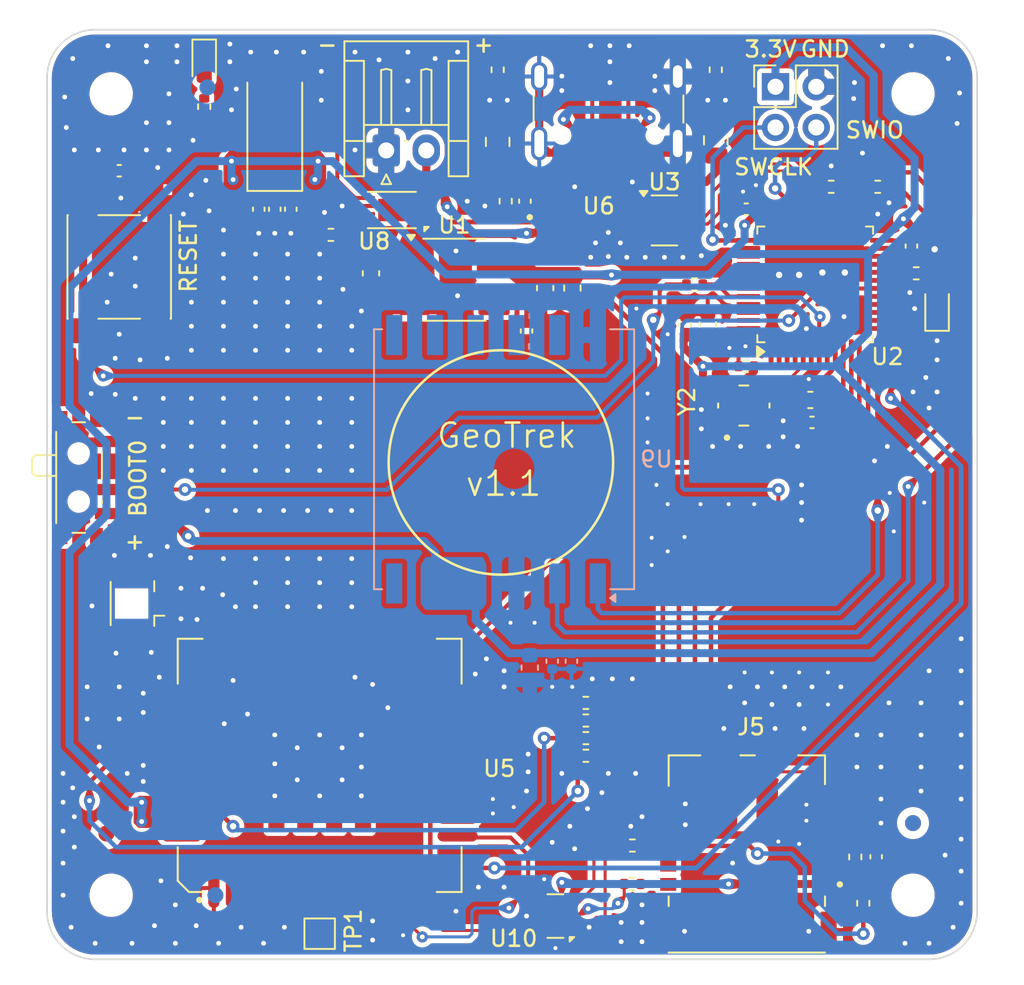
<source format=kicad_pcb>
(kicad_pcb (version 20240108) (generator "pcbnew") (generator_version "8.0")
  (title_block (title "GetLocated") (date "2024-08-06") (rev "1.1"))
  (layers (0 "F.Cu" signal) (1 "In1.Cu" power "GND1") (2 "In2.Cu" power "GND2") (31 "B.Cu" signal) (34 "B.Paste" user) (35 "F.Paste" user) (36 "B.SilkS" user "B.Silkscreen") (37 "F.SilkS" user "F.Silkscreen") (38 "B.Mask" user) (39 "F.Mask" user) (44 "Edge.Cuts" user))
  (net 0 "")
  (net 1 "+3.3V")
  (net 2 "SW_NRST")
  (net 3 "VOUT")
  (net 4 "VDDA_PWR")
  (net 5 "VBUS")
  (net 6 "VBAT")
  (net 7 "Net-(D1-A)")
  (net 8 "RF_ANT")
  (net 9 "DN+")
  (net 10 "DN-")
  (net 11 "Net-(J3-CC1)")
  (net 13 "Net-(J3-CC2)")
  (net 15 "Net-(U2-PH3)")
  (net 16 "/VCC")
  (net 17 "/DATA")
  (net 18 "/RST")
  (net 19 "SIM_RST")
  (net 20 "SIM_DATA")
  (net 21 "SIM_CLK")
  (net 22 "PSM_EINT_MCU")
  (net 23 "SIM_VDD")
  (net 26 "HSE_IN")
  (net 27 "Net-(U2-PB2)")
  (net 40 "/SS")
  (net 41 "/ILIM")
  (net 42 "GND")
  (net 47 "Net-(D2-A)")
  (net 49 "/CLK")
  (net 50 "Net-(J5-I{slash}O)")
  (net 51 "Net-(J5-RST)")
  (net 52 "Net-(J5-CLK)")
  (net 54 "Net-(U8-PROG)")
  (net 55 "Net-(U8-STAT)")
  (net 57 "USB_+")
  (net 58 "USB_-")
  (net 59 "Net-(SW2-B)")
  (net 66 "Net-(U9-TXD1)")
  (net 67 "TX_GPS")
  (net 68 "RX_GPS")
  (net 69 "Net-(U9-RXD1)")
  (net 74 "RXD_BC66")
  (net 75 "Net-(U5-MAIN_RXD)")
  (net 76 "TXD_BC66")
  (net 77 "Net-(U5-MAIN_TXD)")
  (net 78 "Net-(U5-DBG_RXD)")
  (net 79 "DBG_RXD_BC66")
  (net 80 "DBG_TXD_BC66")
  (net 81 "Net-(U5-DBG_TXD)")
  (net 82 "Net-(U5-BOOT)")
  (net 97 "Net-(U1-Cdelay)")
  (net 99 "/SWD_CLK")
  (net 100 "/SWD_IO")
  (net 119 "RI_BC66")
  (footprint "Connector_JST:JST_EH_S2B-EH_1x02_P2.50mm_Horizontal" (layer "F.Cu") (at 125.15 74.5325)
    (property "Reference" "J2" (hide yes))
    (property "Value" "Conn_01x02_Socket")
  )
  (footprint "Quectel:XCVR_BC660KGLAA-I03-SNASA" (layer "F.Cu") (at 121 112.9 90)
    (property "Reference" "U5")
    (property "Value" "BC660KGLAA-I03-SNASA")
  )
  (footprint "Resistor_SMD:R_0402_1005Metric" (layer "F.Cu") (at 137.6 112.3 180)
    (property "Reference" "R16" (hide yes))
    (property "Value" "1K")
  )
  (footprint "Resistor_SMD:R_0402_1005Metric" (layer "F.Cu") (at 137.6 111.2 180)
    (property "Reference" "R15" (hide yes))
    (property "Value" "1K")
  )
  (footprint "Fiducial:Fiducial_1mm_Mask2mm" (layer "F.Cu") (at 107.7 117.15)
    (property "Reference" "FM1" (hide yes))
    (property "Value" "Fiducial")
  )
  (footprint "Capacitor_SMD:C_0805_2012Metric" (layer "F.Cu") (at 132.1 74 90)
    (property "Reference" "C23" (hide yes))
    (property "Value" "4.7uF")
  )
  (footprint "Package_SO:SOIC-8_3.9x4.9mm_P1.27mm" (layer "F.Cu") (at 129.4 82.6)
    (property "Reference" "U1")
    (property "Value" "MCP1727-3302xSN")
  )
  (footprint "Package_TO_SOT_SMD:SOT-23-6" (layer "F.Cu") (at 142.5 78.9)
    (property "Reference" "U3")
    (property "Value" "USBLC6-2SC6")
  )
  (footprint "Connector_PinHeader_2.54mm:PinHeader_2x02_P2.54mm_Vertical" (layer "F.Cu") (at 149.425 70.56)
    (property "Reference" "J4" (hide yes))
    (property "Value" "Conn_02x02_Top_Bottom")
  )
  (footprint "Capacitor_SMD:C_0402_1005Metric" (layer "F.Cu") (at 118.2 78.2 -90)
    (property "Reference" "C16" (hide yes))
    (property "Value" "100pF")
  )
  (footprint "Resistor_SMD:R_0402_1005Metric" (layer "F.Cu") (at 140.5 120.3 180)
    (property "Reference" "R10" (hide yes))
    (property "Value" "22R")
  )
  (footprint "Capacitor_SMD:C_0402_1005Metric" (layer "F.Cu") (at 133.8 77.7 -90)
    (property "Reference" "C8" (hide yes))
    (property "Value" "100nF")
  )
  (footprint "Capacitor_SMD:C_0402_1005Metric" (layer "F.Cu") (at 147.6 88 180)
    (property "Reference" "C3" (hide yes))
    (property "Value" "100nF")
  )
  (footprint "Resistor_SMD:R_0402_1005Metric" (layer "F.Cu") (at 121.7 79.8 180)
    (property "Reference" "R13" (hide yes))
    (property "Value" "2K")
  )
  (footprint "Capacitor_SMD:C_0402_1005Metric" (layer "F.Cu") (at 155.7 118.6 90)
    (property "Reference" "C21" (hide yes))
    (property "Value" "100nF")
  )
  (footprint "Button_Switch_SMD:SW_SPDT_PCM12" (layer "F.Cu") (at 106.3 94.94 -90)
    (property "Reference" "SW2" (hide yes))
    (property "Value" "SW_SPDT")
  )
  (footprint "Fiducial:Fiducial_1mm_Mask2mm" (layer "F.Cu") (at 158 116.5)
    (property "Reference" "FM3" (hide yes))
    (property "Value" "Fiducial")
  )
  (footprint "Resistor_SMD:R_0402_1005Metric" (layer "F.Cu") (at 132.1 69.5 -90)
    (property "Reference" "R1" (hide yes))
    (property "Value" "5.1K")
  )
  (footprint "LED_SMD:LED_0603_1608Metric" (layer "F.Cu") (at 159.5 84.3 90)
    (property "Reference" "D2" (hide yes))
    (property "Value" "LED")
  )
  (footprint "Capacitor_SMD:C_0402_1005Metric" (layer "F.Cu") (at 157.9 80.5 -90)
    (property "Reference" "C2" (hide yes))
    (property "Value" "100nF")
  )
  (footprint "Resistor_SMD:R_0402_1005Metric" (layer "F.Cu") (at 145.7 69.5 -90)
    (property "Reference" "R2" (hide yes))
    (property "Value" "5.1K")
  )
  (footprint "Capacitor_SMD:C_0402_1005Metric" (layer "F.Cu") (at 117.2 78.2 -90)
    (property "Reference" "C17" (hide yes))
    (property "Value" "22pF")
  )
  (footprint "MountingHole:MountingHole_2.2mm_M2_ISO14580" (layer "F.Cu") (at 158 71)
    (property "Reference" "H2" (hide yes))
    (property "Value" "MountingHole_Pad")
  )
  (footprint "Connector_Coaxial:U.FL_Hirose_U.FL-R-SMT-1_Vertical" (layer "F.Cu") (at 109.8 102.8 180)
    (property "Reference" "J1" (hide yes))
    (property "Value" "Conn_Coaxial")
  )
  (footprint "TestPoint:TestPoint_Pad_1.5x1.5mm" (layer "F.Cu") (at 121 123.4)
    (property "Reference" "TP1")
    (property "Value" "TestPoint")
  )
  (footprint "Capacitor_SMD:C_0805_2012Metric" (layer "F.Cu") (at 145.7 73.9 90)
    (property "Reference" "C22" (hide yes))
    (property "Value" "4.7uF")
  )
  (footprint "Resistor_SMD:R_0402_1005Metric" (layer "F.Cu") (at 152.9 76.8 180)
    (property "Reference" "R11" (hide yes))
    (property "Value" "22R")
  )
  (footprint "Capacitor_SMD:C_0603_1608Metric" (layer "F.Cu") (at 135.06 83.12 -90)
    (property "Reference" "C10" (hide yes))
    (property "Value" "10uF")
  )
  (footprint "Capacitor_SMD:C_0603_1608Metric" (layer "F.Cu") (at 145.2 85.4 90)
    (property "Reference" "C6" (hide yes))
    (property "Value" "10uF")
  )
  (footprint "Capacitor_SMD:C_0402_1005Metric" (layer "F.Cu") (at 143.8 85.4 90)
    (property "Reference" "C4" (hide yes))
    (property "Value" "100nF")
  )
  (footprint "Resistor_SMD:R_0402_1005Metric" (layer "F.Cu") (at 137.6 109 180)
    (property "Reference" "R6" (hide yes))
    (property "Value" "1K")
  )
  (footprint "Resistor_SMD:R_0402_1005Metric" (layer "F.Cu") (at 144.38 82.89 180)
    (property "Reference" "R3" (hide yes))
    (property "Value" "10K")
  )
  (footprint "Capacitor_SMD:C_0402_1005Metric" (layer "F.Cu") (at 133.9 85.8 -90)
    (property "Reference" "C13" (hide yes))
    (property "Value" "100nF")
  )
  (footprint "Resistor_SMD:R_0402_1005Metric" (layer "F.Cu") (at 154.9 121.5 -90)
    (property "Reference" "R17" (hide yes))
    (property "Value" "10K")
  )
  (footprint "LED_SMD:LED_0603_1608Metric" (layer "F.Cu") (at 113.8 69.1 -90)
    (property "Reference" "D1" (hide yes))
    (property "Value" "LED")
  )
  (footprint "MountingHole:MountingHole_2.2mm_M2_ISO14580" (layer "F.Cu") (at 108 71)
    (property "Reference" "H1" (hide yes))
    (property "Value" "MountingHole_Pad")
  )
  (footprint "Inductor_SMD:L_0603_1608Metric" (layer "F.Cu") (at 136.76 83.12 -90)
    (property "Reference" "FB1" (hide yes))
    (property "Value" "FerriteBead_Small")
  )
  (footprint "Capacitor_SMD:C_0402_1005Metric" (layer "F.Cu") (at 147.6 78.2 180)
    (property "Reference" "C1" (hide yes))
    (property "Value" "100nF")
  )
  (footprint "Molex:MOLEX_104224-0820" (layer "F.Cu") (at 147.6375 124.675)
    (property "Reference" "J5")
    (property "Value" "104224-0820")
  )
  (footprint "Button_Switch_SMD:SW_SPST_PTS645" (layer "F.Cu") (at 108.5 81.8 -90)
    (property "Reference" "SW1" (hide yes))
    (property "Value" "SW_Push")
  )
  (footprint "MountingHole:MountingHole_2.2mm_M2_ISO14580" (layer "F.Cu") (at 158 121)
    (property "Reference" "H4" (hide yes))
    (property "Value" "MountingHole_Pad")
  )
  (footprint "Fiducial:Fiducial_1mm_Mask2mm" (layer "F.Cu") (at 159.9 74.8)
    (property "Reference" "FM5" (hide yes))
    (property "Value" "Fiducial")
  )
  (footprint "MountingHole:MountingHole_2.2mm_M2_ISO14580" (layer "F.Cu") (at 108 121)
    (property "Reference" "H3" (hide yes))
    (property "Value" "MountingHole_Pad")
  )
  (footprint "Resistor_SMD:R_0402_1005Metric" (layer "F.Cu") (at 113.8 71.8 90)
    (property "Reference" "R14" (hide yes))
    (property "Value" "330R")
  )
  (footprint "Capacitor_SMD:C_0402_1005Metric" (layer "F.Cu") (at 108.5 75.8 180)
    (property "Reference" "C7" (hide yes))
    (property "Value" "100nF")
  )
  (footprint "Resistor_SMD:R_0402_1005Metric" (layer "F.Cu") (at 137.6 110.1 180)
    (property "Reference" "R7" (hide yes))
    (property "Value" "1K")
  )
  (footprint "Resistor_SMD:R_0402_1005Metric" (layer "F.Cu") (at 158.2 82.2)
    (property "Reference" "R4" (hide yes))
    (property "Value" "330R")
  )
  (footprint "Package_QFP:LQFP-48_7x7mm_P0.5mm" (layer "F.Cu") (at 151.9 82.89 90)
    (property "Reference" "U2")
    (property "Value" "STM32L552CCTx")
  )
  (footprint "Capacitor_SMD:C_0603_1608Metric" (layer "F.Cu") (at 124.2 82.2 -90)
    (property "Reference" "C9" (hide yes))
    (property "Value" "10uF")
  )
  (footprint "Resistor_SMD:R_0402_1005Metric" (layer "F.Cu") (at 155.8 76.8 180)
    (property "Reference" "R12" (hide yes))
    (property "Value" "22R")
  )
  (footprint "Texas Instruments:IC_TPS2121RUXR" (layer "F.Cu") (at 135.9 79.1)
    (property "Reference" "U6")
    (property "Value" "TPS2121RUXR")
  )
  (footprint "Resistor_SMD:R_0402_1005Metric" (layer "F.Cu") (at 154.4 118.61 90)
    (property "Reference" "R9" (hide yes))
    (property "Value" "22R")
  )
  (footprint "Package_DFN_QFN:DFN-8-1EP_3x2mm_P0.5mm_EP1.7x1.4mm" (layer "F.Cu") (at 125.5 78.25 180)
    (property "Reference" "U8")
    (property "Value" "MCP73831-2-MC")
  )
  (footprint "Resistor_SMD:R_0402_1005Metric" (layer "F.Cu") (at 132.6 77.7 -90)
    (property "Reference" "R5" (hide yes))
    (property "Value" "51.1K")
  )
  (footprint "Resistor_SMD:R_0402_1005Metric" (layer "F.Cu") (at 140.5 117.9 180)
    (property "Reference" "R8" (hide yes))
    (property "Value" "22R")
  )
  (footprint "Capacitor_SMD:C_0603_1608Metric" (layer "F.Cu") (at 151.6 90.1 180)
    (property "Reference" "C11" (hide yes))
    (property "Value" "1uF")
  )
  (footprint "Abracon:XTAL_ASEMB-24.000MHZ-LC-T" (layer "F.Cu") (at 147.45 90.45 90)
    (property "Reference" "Y2")
    (property "Value" "ASEMB-24.000MHZ-LC-T")
  )
  (footprint "Package_DFN_QFN:Diodes_UDFN-10_1.0x2.5mm_P0.5mm" (layer "F.Cu") (at 135.7 122.3 180)
    (property "Reference" "U10")
    (property "Value" "ESD224DQA")
  )
  (footprint "Capacitor_SMD:C_0402_1005Metric" (layer "F.Cu") (at 119.2 78.2 -90)
    (property "Reference" "C15" (hide yes))
    (property "Value" "100nF")
  )
  (footprint "Connector_USB:USB_C_Receptacle_GCT_USB4105-xx-A_16P_TopMnt_Horizontal" (layer "F.Cu") (at 139.01 70.995 180)
    (property "Reference" "J3" (hide yes))
    (property "Value" "USB_C_Receptacle_USB2.0_16P")
  )
  (footprint "Capacitor_SMD:C_0402_1005Metric" (layer "F.Cu") (at 151.7 91.5 180)
    (property "Reference" "C12" (hide yes))
    (property "Value" "100nF")
  )
  (footprint "Capacitor_Tantalum_SMD:CP_EIA-6032-28_Kemet-C" (layer "F.Cu") (at 118.2 73.3 90)
    (property "Reference" "C14" (hide yes))
    (property "Value" "100uF")
  )
  (footprint "Fiducial:Fiducial_1mm_Mask2mm" (layer "B.Cu") (at 114.5 121 180)
    (property "Reference" "FM2" (hide yes))
    (property "Value" "Fiducial" (hide yes))
  )
  (footprint "RF_GPS:Quectel_L80-R" (layer "B.Cu") (at 132.5 93.8 90)
    (property "Reference" "U9")
    (property "Value" "L80-R")
  )
  (footprint "Fiducial:Fiducial_1mm_Mask2mm" (layer "B.Cu") (at 114 70.6 180)
    (property "Reference" "FM4" (hide yes))
    (property "Value" "Fiducial" (hide yes))
  )
  (footprint "Fiducial:Fiducial_1mm_Mask2mm" (layer "B.Cu") (at 158 116.5 180)
    (property "Reference" "FM6" (hide yes))
    (property "Value" "Fiducial" (hide yes))
  )
  (footprint "Capacitor_SMD:C_0402_1005Metric" (layer "B.Cu") (at 135.5 106.4 -90)
    (property "Reference" "C24" (hide yes))
    (property "Value" "100nF" (hide yes))
  )
  (footprint "Capacitor_SMD:C_0603_1608Metric" (layer "B.Cu") (at 134.1 106.8 -90)
    (property "Reference" "C5" (hide yes))
    (property "Value" "10uF" (hide yes))
  )
  (footprint "Capacitor_SMD:C_0402_1005Metric" (layer "B.Cu") (at 136.7 106.4 -90)
    (property "Reference" "C25" (hide yes))
    (property "Value" "100nF" (hide yes))
  )
  (gr_circle (center 132.3 94) (end 139.3 94) (stroke (width 0.16)) (fill none) (layer "F.SilkS"))
  (gr_arc (start 162 122) (mid 161.12132 124.12132) (end 159 125) (stroke (width 0.1)) (layer "Edge.Cuts"))
  (gr_line (start 159 125) (end 107 125) (stroke (width 0.1)) (layer "Edge.Cuts"))
  (gr_arc (start 159 67) (mid 161.12132 67.87868) (end 162 70) (stroke (width 0.1)) (layer "Edge.Cuts"))
  (gr_line (start 104 122) (end 104 70) (stroke (width 0.1)) (layer "Edge.Cuts"))
  (gr_line (start 162 70) (end 162 122) (stroke (width 0.1)) (layer "Edge.Cuts"))
  (gr_line (start 107 67) (end 159 67) (stroke (width 0.1)) (layer "Edge.Cuts"))
  (gr_arc (start 104 70) (mid 104.87868 67.87868) (end 107 67) (stroke (width 0.1)) (layer "Edge.Cuts"))
  (gr_arc (start 107 125) (mid 104.87868 124.12132) (end 104 122) (stroke (width 0.1)) (layer "Edge.Cuts"))
  (gr_text "RESET" (at 113.4 83.5 90) (layer "F.SilkS") (effects (font (size 1 1) (thickness 0.16)) (justify left bottom)))
  (gr_text "-" (at 120.75 68.5 0) (layer "F.SilkS") (effects (font (size 1 1) (thickness 0.16)) (justify left bottom)))
  (gr_text "3.3V" (at 147.4 68.8 0) (layer "F.SilkS") (effects (font (size 1 1) (thickness 0.16)) (justify left bottom)))
  (gr_text "+" (at 108.75 99.5 0) (layer "F.SilkS") (effects (font (size 1 1) (thickness 0.16)) (justify left bottom)))
  (gr_text "v1.1" (at 130 96.2 0) (layer "F.SilkS") (effects (font (size 1.5 1.5) (thickness 0.16)) (justify left bottom)))
  (gr_text "SWIO" (at 153.7 73.85 0) (layer "F.SilkS") (effects (font (size 1 1) (thickness 0.16)) (justify left bottom)))
  (gr_text "+" (at 130.5 68.5 0) (layer "F.SilkS") (effects (font (size 1 1) (thickness 0.16)) (justify left bottom)))
  (gr_text "-" (at 108.75 91.75 0) (layer "F.SilkS") (effects (font (size 1 1) (thickness 0.16)) (justify left bottom)))
  (gr_text "GeoTrek" (at 128.2 93.2 0) (layer "F.SilkS") (effects (font (size 1.5 1.5) (thickness 0.16)) (justify left bottom)))
  (gr_text "BOOT0" (at 110.25 97.5 90) (layer "F.SilkS") (effects (font (size 1 1) (thickness 0.16)) (justify left bottom)))
  (gr_text "SWCLK" (at 146.75 76.15 0) (layer "F.SilkS") (effects (font (size 1 1) (thickness 0.16)) (justify left bottom)))
  (gr_text "GND" (at 150.9 68.8 0) (layer "F.SilkS") (effects (font (size 1 1) (thickness 0.16)) (justify left bottom)))
  (segment (start 149.15 78.7375) (end 149.15 77.85) (width 0.25) (layer "F.Cu") (net 1))
  (segment (start 112.8 98.6) (end 111.39 97.19) (width 0.5) (layer "F.Cu") (net 1))
  (segment (start 115.6 76.35) (end 117.6125 76.35) (width 0.5) (layer "F.Cu") (net 1))
  (segment (start 156.0625 80.15) (end 157.05 80.15) (width 0.25) (layer "F.Cu") (net 1))
  (segment (start 145.925 86.175) (end 145.2 86.175) (width 0.25) (layer "F.Cu") (net 1))
  (segment (start 118.7875 76.35) (end 118.2 75.7625) (width 0.5) (layer "F.Cu") (net 1))
  (segment (start 148.08 77.82) (end 148.08 78.2) (width 0.25) (layer "F.Cu") (net 1))
  (segment (start 157.18 80.02) (end 157.9 80.02) (width 0.25) (layer "F.Cu") (net 1))
  (segment (start 146.45 85.65) (end 145.925 86.175) (width 0.25) (layer "F.Cu") (net 1))
  (segment (start 148.08 88) (end 148.08 88.309999) (width 0.5) (layer "F.Cu") (net 1))
  (segment (start 143.7 86.4) (end 143.7 85.98) (width 0.5) (layer "F.Cu") (net 1))
  (segment (start 136.76 82.3325) (end 139.1675 82.3325) (width 0.5) (layer "F.Cu") (net 1))
  (segment (start 149.15 87.0625) (end 149.15 87.85) (width 0.3) (layer "F.Cu") (net 1))
  (segment (start 139.1675 82.3325) (end 139.2 82.3) (width 0.5) (layer "F.Cu") (net 1))
  (segment (start 144.9 88) (end 143.7 86.8) (width 0.5) (layer "F.Cu") (net 1))
  (segment (start 118.7625 75.2) (end 118.2 75.7625) (width 0.5) (layer "F.Cu") (net 1))
  (segment (start 120.7 76.35) (end 118.7875 76.35) (width 0.5) (layer "F.Cu") (net 1))
  (segment (start 149.15 87.85) (end 149 88) (width 0.3) (layer "F.Cu") (net 1))
  (segment (start 148.08 88.309999) (end 146.889999 89.5) (width 0.5) (layer "F.Cu") (net 1))
  (segment (start 143.925 86.175) (end 143.7 86.4) (width 0.5) (layer "F.Cu") (net 1))
  (segment (start 144.9 89.1) (end 145.3 89.5) (width 0.5) (layer "F.Cu") (net 1))
  (segment (start 120.9 75.2) (end 118.7625 75.2) (width 0.5) (layer "F.Cu") (net 1))
  (segment (start 144.9 88) (end 144.9 89.1) (width 0.5) (layer "F.Cu") (net 1))
  (segment (start 157.05 80.15) (end 157.18 80.02) (width 0.25) (layer "F.Cu") (net 1))
  (segment (start 157.9 79.3) (end 157.9 80.02) (width 0.5) (layer "F.Cu") (net 1))
  (segment (start 149.15 77.85) (end 148.9 77.6) (width 0.25) (layer "F.Cu") (net 1))
  (segment (start 147.7375 85.65) (end 146.45 85.65) (width 0.25) (layer "F.Cu") (net 1))
  (segment (start 148.08 78.62) (end 148.08 78.2) (width 0.5) (layer "F.Cu") (net 1))
  (segment (start 117.6125 76.35) (end 118.2 75.7625) (width 0.5) (layer "F.Cu") (net 1))
  (segment (start 143.7 85.98) (end 143.8 85.88) (width 0.5) (layer "F.Cu") (net 1))
  (segment (start 146.889999 89.5) (end 146.4 89.5) (width 0.5) (layer "F.Cu") (net 1))
  (segment (start 149 88) (end 148.08 88) (width 0.3) (layer "F.Cu") (net 1))
  (segment (start 115.5 75.2) (end 117.6375 75.2) (width 0.5) (layer "F.Cu") (net 1))
  (segment (start 147.5 79.2) (end 148.08 78.62) (width 0.5) (layer "F.Cu") (net 1))
  (segment (start 157.4 78.8) (end 157.9 79.3) (width 0.5) (layer "F.Cu") (net 1))
  (segment (start 148.9 77.6) (end 148.3 77.6) (width 0.25) (layer "F.Cu") (net 1))
  (segment (start 145.3 89.5) (end 146.4 89.5) (width 0.5) (layer "F.Cu") (net 1))
  (segment (start 148.3 77.6) (end 148.08 77.82) (width 0.25) (layer "F.Cu") (net 1))
  (segment (start 143.7 86.8) (end 143.7 86.4) (width 0.5) (layer "F.Cu") (net 1))
  (segment (start 117.6375 75.2) (end 118.2 75.7625) (width 0.5) (layer "F.Cu") (net 1))
  (segment (start 145.2 86.175) (end 143.925 86.175) (width 0.5) (layer "F.Cu") (net 1))
  (segment (start 111.39 97.19) (end 108.03 97.19) (width 0.5) (layer "F.Cu") (net 1))
  (via (at 147.5 79.2) (size 0.7) (drill 0.3) (layers "F.Cu" "B.Cu") (net 1))
  (via (at 144.9 88) (size 0.7) (drill 0.3) (layers "F.Cu" "B.Cu") (net 1))
  (via (at 112.8 98.6) (size 0.8) (drill 0.4) (layers "F.Cu" "B.Cu") (net 1))
  (via (at 109.9 116.4) (size 0.7) (drill 0.3) (layers "F.Cu" "B.Cu") (net 1))
  (via (at 115.6 76.35) (size 0.7) (drill 0.3) (layers "F.Cu" "B.Cu") (net 1))
  (via (at 139.2 82.3) (size 0.7) (drill 0.3) (layers "F.Cu" "B.Cu") (net 1))
  (via (at 109.9 115.2) (size 0.7) (drill 0.3) (layers "F.Cu" "B.Cu") (net 1))
  (via (at 157.4 78.8) (size 0.7) (drill 0.3) (layers "F.Cu" "B.Cu") (net 1))
  (via (at 120.9 75.2) (size 0.7) (drill 0.3) (layers "F.Cu" "B.Cu") (net 1))
  (via (at 120.7 76.35) (size 0.7) (drill 0.3) (layers "F.Cu" "B.Cu") (net 1))
  (via (at 115.5 75.2) (size 0.7) (drill 0.3) (layers "F.Cu" "B.Cu") (net 1))
  (segment (start 105.4 90.5) (end 105.4 83.11005) (width 0.5) (layer "B.Cu") (net 1))
  (segment (start 146.65 80.95) (end 146.7 81) (width 0.5) (layer "B.Cu") (net 1))
  (segment (start 123.55 76.95) (end 122.3 75.7) (width 0.5) (layer "B.Cu") (net 1))
  (segment (start 150.6 68.1) (end 149.425 69.275) (width 0.5) (layer "B.Cu") (net 1))
  (segment (start 112.8 98.6) (end 113.1 98.9) (width 0.5) (layer "B.Cu") (net 1))
  (segment (start 159.7 101.6) (end 159.7 94.46863) (width 0.5) (layer "B.Cu") (net 1))
  (segment (start 155.2 81) (end 157.4 78.8) (width 0.5) (layer "B.Cu") (net 1))
  (segment (start 146.7 81) (end 155.2 81) (width 0.5) (layer "B.Cu") (net 1))
  (segment (start 155.4 105.9) (end 159.7 101.6) (width 0.5) (layer "B.Cu") (net 1))
  (segment (start 128.19 99.59) (end 128.19 101.55) (width 0.5) (layer "B.Cu") (net 1))
  (segment (start 120.9 76.15) (end 120.7 76.35) (width 0.5) (layer "B.Cu") (net 1))
  (segment (start 153.465685 88.234315) (end 153.415685 88.184315) (width 0.5) (layer "B.Cu") (net 1))
  (segment (start 147.5 80.1) (end 147.5 79.2) (width 0.5) (layer "B.Cu") (net 1))
  (segment (start 105.4 111.6) (end 105.4 99.6) (width 0.5) (layer "B.Cu") (net 1))
  (segment (start 153.45 87.65) (end 153.1 88) (width 0.5) (layer "B.Cu") (net 1))
  (segment (start 155.55 72.5) (end 155.55 69.85) (width 0.5) (layer "B.Cu") (net 1))
  (segment (start 153.465685 88.234315) (end 153.231371 88) (width 0.5) (layer "B.Cu") (net 1))
  (segment (start 153.8 68.1) (end 150.6 68.1) (width 0.5) (layer "B.Cu") (net 1))
  (segment (start 109.9 115.2) (end 109 115.2) (width 0.5) (layer "B.Cu") (net 1))
  (segment (start 113.31005 75.2) (end 115.5 75.2) (width 0.5) (layer "B.Cu") (net 1))
  (segment (start 158.1 78.1) (end 158.1 75.05) (width 0.5) (layer "B.Cu") (net 1))
  (segment (start 115.5 75.2) (end 120.9 75.2) (width 0.5) (layer "B.Cu") (net 1))
  (segment (start 107.7 97.3) (end 107.7 92.8) (width 0.5) (layer "B.Cu") (net 1))
  (segment (start 130.73 101.55) (end 130.73 103.83) (width 0.5) (layer "B.Cu") (net 1))
  (segment (start 128.87 82.27) (end 123.55 76.95) (width 0.5) (layer "B.Cu") (net 1))
  (segment (start 130.73 103.83) (end 132.8 105.9) (width 0.5) (layer "B.Cu") (net 1))
  (segment (start 159.7 94.46863) (end 153.465685 88.234315) (width 0.5) (layer "B.Cu") (net 1))
  (segment (start 139.2 82.3) (end 139.21 82.29) (width 0.5) (layer "B.Cu") (net 1))
  (segment (start 132.8 105.9) (end 155.4 105.9) (width 0.5) (layer "B.Cu") (net 1))
  (segment (start 115.5 76.25) (end 115.6 76.35) (width 0.5) (layer "B.Cu") (net 1))
  (segment (start 153.415685 88.184315) (end 153.415685 87.684315) (width 0.5) (layer "B.Cu") (net 1))
  (segment (start 149.425 69.275) (end 149.425 70.56) (width 0.5) (layer "B.Cu") (net 1))
  (segment (start 146.65 80.95) (end 147.5 80.1) (width 0.5) (layer "B.Cu") (net 1))
  (segment (start 155.2 85.9) (end 153.45 87.65) (width 0.5) (layer "B.Cu") (net 1))
  (segment (start 139.17 82.27) (end 128.87 82.27) (width 0.5) (layer "B.Cu") (net 1))
  (segment (start 122.3 75.7) (end 121.8 75.2) (width 0.5) (layer "B.Cu") (net 1))
  (segment (start 139.21 82.29) (end 145.31 82.29) (width 0.5) (layer "B.Cu") (net 1))
  (segment (start 158.1 75.05) (end 155.55 72.5) (width 0.5) (layer "B.Cu") (net 1))
  (segment (start 105.4 99.6) (end 107.7 97.3) (width 0.5) (layer "B.Cu") (net 1))
  (segment (start 120.9 75.2) (end 120.9 76.15) (width 0.5) (layer "B.Cu") (net 1))
  (segment (start 105.4 83.11005) (end 113.31005 75.2) (width 0.5) (layer "B.Cu") (net 1))
  (segment (start 115.5 75.2) (end 115.5 76.25) (width 0.5) (layer "B.Cu") (net 1))
  (segment (start 127.5 98.9) (end 128.19 99.59) (width 0.5) (layer "B.Cu") (net 1))
  (segment (start 107.7 92.8) (end 105.4 90.5) (width 0.5) (layer "B.Cu") (net 1))
  (segment (start 155.2 81) (end 155.2 85.9) (width 0.5) (layer "B.Cu") (net 1))
  (segment (start 139.2 82.3) (end 139.17 82.27) (width 0.5) (layer "B.Cu") (net 1))
  (segment (start 121.8 75.2) (end 120.9 75.2) (width 0.5) (layer "B.Cu") (net 1))
  (segment (start 109.9 116.4) (end 109.9 115.2) (width 0.5) (layer "B.Cu") (net 1))
  (segment (start 109 115.2) (end 105.4 111.6) (width 0.5) (layer "B.Cu") (net 1))
  (segment (start 153.231371 88) (end 153.1 88) (width 0.5) (layer "B.Cu") (net 1))
  (segment (start 153.1 88) (end 144.9 88) (width 0.5) (layer "B.Cu") (net 1))
  (segment (start 153.415685 87.684315) (end 153.45 87.65) (width 0.5) (layer "B.Cu") (net 1))
  (segment (start 145.31 82.29) (end 146.65 80.95) (width 0.5) (layer "B.Cu") (net 1))
  (segment (start 155.55 69.85) (end 153.8 68.1) (width 0.5) (layer "B.Cu") (net 1))
  (segment (start 157.4 78.8) (end 158.1 78.1) (width 0.5) (layer "B.Cu") (net 1))
  (segment (start 113.1 98.9) (end 127.5 98.9) (width 0.5) (layer "B.Cu") (net 1))
  (segment (start 107.5 88.6) (end 106.25 87.35) (width 0.25) (layer "F.Cu") (net 2))
  (segment (start 152.15 84.95) (end 152.2 84.9) (width 0.25) (layer "F.Cu") (net 2))
  (segment (start 107.1 75.8) (end 108.02 75.8) (width 0.25) (layer "F.Cu") (net 2))
  (segment (start 106.25 77.82) (end 106.25 76.65) (width 0.25) (layer "F.Cu") (net 2))
  (segment (start 106.25 87.35) (end 106.25 85.78) (width 0.25) (layer "F.Cu") (net 2))
  (segment (start 152.15 87.0625) (end 152.15 84.95) (width 0.25) (layer "F.Cu") (net 2))
  (segment (start 106.25 85.78) (end 106.25 77.82) (width 0.5) (layer "F.Cu") (net 2))
  (segment (start 106.25 76.65) (end 107.1 75.8) (width 0.25) (layer "F.Cu") (net 2))
  (via (at 107.5 88.6) (size 0.7) (drill 0.3) (layers "F.Cu" "B.Cu") (net 2))
  (via (at 152.2 84.9) (size 0.7) (drill 0.3) (layers "F.Cu" "B.Cu") (net 2))
  (segment (start 107.5 88.6) (end 138.8 88.6) (width 0.25) (layer "B.Cu") (net 2))
  (segment (start 138.8 88.6) (end 139.8 87.6) (width 0.25) (layer "B.Cu") (net 2))
  (segment (start 139.8 83.9) (end 140 83.7) (width 0.25) (layer "B.Cu") (net 2))
  (segment (start 151 83.7) (end 152.2 84.9) (width 0.25) (layer "B.Cu") (net 2))
  (segment (start 139.8 87.6) (end 139.8 83.9) (width 0.25) (layer "B.Cu") (net 2))
  (segment (start 140 83.7) (end 151 83.7) (width 0.25) (layer "B.Cu") (net 2))
  (segment (start 134.2 79) (end 126.95 79) (width 0.3) (layer "F.Cu") (net 3))
  (segment (start 136.575 78.75) (end 135.225 78.75) (width 0.3) (layer "F.Cu") (net 3))
  (segment (start 135.225 78.75) (end 134.45 78.75) (width 0.3) (layer "F.Cu") (net 3))
  (segment (start 134.45 78.75) (end 134.2 79) (width 0.3) (layer "F.Cu") (net 3))
  (segment (start 152.375 91.305) (end 152.18 91.5) (width 0.5) (layer "F.Cu") (net 4))
  (segment (start 153.15 87.0625) (end 153.15 88.05) (width 0.25) (layer "F.Cu") (net 4))
  (segment (start 152.375 90.1) (end 152.375 91.305) (width 0.5) (layer "F.Cu") (net 4))
  (segment (start 152.375 88.825) (end 152.375 90.1) (width 0.3) (layer "F.Cu") (net 4))
  (segment (start 152.18 91.809999) (end 151.8 92.189999) (width 0.3) (layer "F.Cu") (net 4))
  (segment (start 151.8 92.189999) (end 151.8 93.8) (width 0.3) (layer "F.Cu") (net 4))
  (segment (start 142.5 93.9) (end 142.5 87.3) (width 0.3) (layer "F.Cu") (net 4))
  (segment (start 153.15 88.05) (end 152.9 88.3) (width 0.25) (layer "F.Cu") (net 4))
  (segment (start 139.1075 83.9075) (end 136.76 83.9075) (width 0.3) (layer "F.Cu") (net 4))
  (segment (start 142.9 94.3) (end 142.5 93.9) (width 0.3) (layer "F.Cu") (net 4))
  (segment (start 152.18 91.5) (end 152.18 91.809999) (width 0.3) (layer "F.Cu") (net 4))
  (segment (start 151.3 94.3) (end 142.9 94.3) (width 0.3) (layer "F.Cu") (net 4))
  (segment (start 152.9 88.3) (end 152.375 88.825) (width 0.3) (layer "F.Cu") (net 4))
  (segment (start 142.5 87.3) (end 139.1075 83.9075) (width 0.3) (layer "F.Cu") (net 4))
  (segment (start 151.8 93.8) (end 151.3 94.3) (width 0.3) (layer "F.Cu") (net 4))
  (segment (start 141 73.1) (end 141.6 72.5) (width 0.3) (layer "F.Cu") (net 5))
  (segment (start 136.6 75.349542) (end 136.955458 75.705) (width 0.5) (layer "F.Cu") (net 5))
  (segment (start 143.6375 78.9) (end 142.975001 78.9) (width 0.5) (layer "F.Cu") (net 5))
  (segment (start 145.7 75.9) (end 145.7 74.85) (width 0.5) (layer "F.Cu") (net 5))
  (segment (start 142.975001 78.9) (end 142.5 78.424999) (width 0.5) (layer "F.Cu") (net 5))
  (segment (start 142.5 76.5) (end 141.4 75.4) (width 0.5) (layer "F.Cu") (net 5))
  (segment (start 136.2 72.6) (end 137 73.4) (width 0.3) (layer "F.Cu") (net 5))
  (segment (start 141 73.5) (end 141 73.1) (width 0.3) (layer "F.Cu") (net 5))
  (segment (start 136.785 74.5) (end 136.785 73.87084) (width 0.25) (layer "F.Cu") (net 5))
  (segment (start 137 73.4) (end 137 73.6) (width 0.3) (layer "F.Cu") (net 5))
  (segment (start 136.6 74.68) (end 136.6 75.349542) (width 0.5) (layer "F.Cu") (net 5))
  (segment (start 136.955458 75.705) (end 137.305 75.705) (width 0.5) (layer "F.Cu") (net 5))
  (segment (start 145.1 76.5) (end 145.7 75.9) (width 0.5) (layer "F.Cu") (net 5))
  (segment (start 141 73.730962) (end 141 73.5) (width 0.3) (layer "F.Cu") (net 5))
  (segment (start 136.785 73.87084) (end 137 73.65584) (width 0.25) (layer "F.Cu") (net 5))
  (segment (start 137.45 79.45) (end 136.575 79.45) (width 0.3) (layer "F.Cu") (net 5))
  (segment (start 137.9 76.3) (end 137.9 79) (width 0.5) (layer "F.Cu") (net 5))
  (segment (start 137.305 75.705) (end 137.9 76.3) (width 0.5) (layer "F.Cu") (net 5))
  (segment (start 141.4 75.4) (end 141.4 74.68) (width 0.5) (layer "F.Cu") (net 5))
  (segment (start 142.5 78.424999) (end 142.5 76.5) (width 0.5) (layer "F.Cu") (net 5))
  (segment (start 137.9 79) (end 137.45 79.45) (width 0.5) (layer "F.Cu") (net 5))
  (segment (start 141.41 74.675) (end 141.41 74.140962) (width 0.3) (layer "F.Cu") (net 5))
  (segment (start 136.61 74.675) (end 136.785 74.5) (width 0.25) (layer "F.Cu") (net 5))
  (segment (start 141.41 74.140962) (end 141 73.730962) (width 0.3) (layer "F.Cu") (net 5))
  (segment (start 142.5 76.5) (end 145.1 76.5) (width 0.5) (layer "F.Cu") (net 5))
  (segment (start 137 73.65584) (end 137 73.6) (width 0.25) (layer "F.Cu") (net 5))
  (via (at 136.2 72.6) (size 0.7) (drill 0.3) (layers "F.Cu" "B.Cu") (net 5))
  (via (at 141.6 72.5) (size 0.7) (drill 0.3) (layers "F.Cu" "B.Cu") (net 5))
  (segment (start 136.2 72.4) (end 136.2 72.6) (width 0.5) (layer "B.Cu") (net 5))
  (segment (start 136.6 72) (end 136.2 72.4) (width 0.5) (layer "B.Cu") (net 5))
  (segment (start 141 72) (end 140.8 72) (width 0.5) (layer "B.Cu") (net 5))
  (segment (start 141.1 72) (end 141 72) (width 0.5) (layer "B.Cu") (net 5))
  (segment (start 141.6 72.5) (end 141.1 72) (width 0.5) (layer "B.Cu") (net 5))
  (segment (start 140.8 72) (end 136.6 72) (width 0.5) (layer "B.Cu") (net 5))
  (segment (start 134.450001 79.7) (end 133.9 79.7) (width 0.5) (layer "F.Cu") (net 6))
  (segment (start 128.95 78.05) (end 128.8 77.9) (width 0.5) (layer "F.Cu") (net 6))
  (segment (start 128 76.6) (end 128.8 76.6) (width 0.5) (layer "F.Cu") (net 6))
  (segment (start 128.8 77.9) (end 128.8 76.6) (width 0.5) (layer "F.Cu") (net 6))
  (segment (start 134.700001 79.45) (end 134.450001 79.7) (width 0.5) (layer "F.Cu") (net 6))
  (segment (start 132.1 76.1) (end 132.1 74.95) (width 0.5) (layer "F.Cu") (net 6))
  (segment (start 127.65 76.25) (end 128 76.6) (width 0.5) (layer "F.Cu") (net 6))
  (segment (start 135.225 79.45) (end 134.700001 79.45) (width 0.5) (layer "F.Cu") (net 6))
  (segment (start 127.65 74.5325) (end 127.65 76.25) (width 0.5) (layer "F.Cu") (net 6))
  (segment (start 128.8 76.6) (end 131.6 76.6) (width 0.5) (layer "F.Cu") (net 6))
  (segment (start 131.6 76.6) (end 132.1 76.1) (width 0.5) (layer "F.Cu") (net 6))
  (via (at 128.95 78.05) (size 0.7) (drill 0.3) (layers "F.Cu" "B.Cu") (net 6))
  (via (at 133.9 79.7) (size 0.7) (drill 0.3) (layers "F.Cu" "B.Cu") (net 6))
  (segment (start 130.6 79.7) (end 133.9 79.7) (width 0.5) (layer "B.Cu") (net 6))
  (segment (start 128.95 78.05) (end 130.6 79.7) (width 0.5) (layer "B.Cu") (net 6))
  (segment (start 113.8 71.29) (end 113.8 69.8875) (width 0.25) (layer "F.Cu") (net 7))
  (segment (start 114.096447 102.946447) (end 114.253554 103.103554) (width 0.1565) (layer "F.Cu") (net 8))
  (segment (start 110.85 102.8) (end 113.742893 102.8) (width 0.1565) (layer "F.Cu") (net 8))
  (segment (start 114.4 103.457107) (end 114.4 105.25) (width 0.1565) (layer "F.Cu") (net 8))
  (segment (start 114.4 105.35) (end 114.4 104.314214) (width 0.19) (layer "F.Cu") (net 8))
  (arc (start 114.4 103.457107) (mid 114.36194 103.265766) (end 114.253554 103.103554) (width 0.1565) (layer "F.Cu") (net 8))
  (arc (start 113.742893 102.8) (mid 113.934235 102.83806) (end 114.096447 102.946447) (width 0.1565) (layer "F.Cu") (net 8))
  (segment (start 138.25 74.68) (end 138.25 73.65) (width 0.19) (layer "F.Cu") (net 9))
  (segment (start 138.25 75.45) (end 138.25 74.68) (width 0.2) (layer "F.Cu") (net 9))
  (segment (start 138.775 77.9932) (end 138.775 75.975) (width 0.2) (layer "F.Cu") (net 9))
  (segment (start 141 79.85) (end 140.275 79.125) (width 0.2) (layer "F.Cu") (net 9))
  (segment (start 138.25 73.65) (end 138.4 73.5) (width 0.19) (layer "F.Cu") (net 9))
  (segment (start 140.275 79.125) (end 139.9068 79.125) (width 0.2) (layer "F.Cu") (net 9))
  (segment (start 139.1 73.5) (end 139.25 73.65) (width 0.19) (layer "F.Cu") (net 9))
  (segment (start 141.3625 79.85) (end 141 79.85) (width 0.2) (layer "F.Cu") (net 9))
  (segment (start 139.25 73.65) (end 139.25 74.68) (width 0.19) (layer "F.Cu") (net 9))
  (segment (start 139.9068 79.125) (end 138.775 77.9932) (width 0.2) (layer "F.Cu") (net 9))
  (segment (start 138.4 73.5) (end 139.1 73.5) (width 0.19) (layer "F.Cu") (net 9))
  (segment (start 138.775 75.975) (end 138.25 75.45) (width 0.2) (layer "F.Cu") (net 9))
  (segment (start 140.275 78.675) (end 140.0932 78.675) (width 0.2) (layer "F.Cu") (net 10))
  (segment (start 139.35 75.85) (end 139.75 75.45) (width 0.2) (layer "F.Cu") (net 10))
  (segment (start 141 77.95) (end 140.275 78.675) (width 0.2) (layer "F.Cu") (net 10))
  (segment (start 139.225 77.8068) (end 139.225 75.975) (width 0.2) (layer "F.Cu") (net 10))
  (segment (start 138.75 75.390338) (end 139.209662 75.85) (width 0.19) (layer "F.Cu") (net 10))
  (segment (start 139.209662 75.85) (end 139.35 75.85) (width 0.19) (layer "F.Cu") (net 10))
  (segment (start 140.0932 78.675) (end 139.225 77.8068) (width 0.2) (layer "F.Cu") (net 10))
  (segment (start 139.75 75.45) (end 139.75 74.68) (width 0.2) (layer "F.Cu") (net 10))
  (segment (start 141.3625 77.95) (end 141 77.95) (width 0.2) (layer "F.Cu") (net 10))
  (segment (start 139.225 75.975) (end 139.35 75.85) (width 0.2) (layer "F.Cu") (net 10))
  (segment (start 138.75 74.68) (end 138.75 75.390338) (width 0.19) (layer "F.Cu") (net 10))
  (segment (start 142 67.9) (end 145.1 67.9) (width 0.25) (layer "F.Cu") (net 11))
  (segment (start 145.1 67.9) (end 145.7 68.5) (width 0.25) (layer "F.Cu") (net 11))
  (segment (start 140.25 69.65) (end 142 67.9) (width 0.25) (layer "F.Cu") (net 11))
  (segment (start 145.7 68.5) (end 145.7 68.99) (width 0.25) (layer "F.Cu") (net 11))
  (segment (start 140.25 74.68) (end 140.25 69.65) (width 0.25) (layer "F.Cu") (net 11))
  (segment (start 138 73.292236) (end 138 69.6) (width 0.25) (layer "F.Cu") (net 13))
  (segment (start 137.25 74.68) (end 137.25 74.042236) (width 0.25) (layer "F.Cu") (net 13))
  (segment (start 138 69.6) (end 136.3 67.9) (width 0.25) (layer "F.Cu") (net 13))
  (segment (start 136.3 67.9) (end 132.7 67.9) (width 0.25) (layer "F.Cu") (net 13))
  (segment (start 137.25 74.042236) (end 138 73.292236) (width 0.25) (layer "F.Cu") (net 13))
  (segment (start 132.7 67.9) (end 132.1 68.5) (width 0.25) (layer "F.Cu") (net 13))
  (segment (start 132.1 68.5) (end 132.1 68.99) (width 0.25) (layer "F.Cu") (net 13))
  (segment (start 145.79 82.89) (end 144.89 82.89) (width 0.25) (layer "F.Cu") (net 15))
  (segment (start 146.55 83.65) (end 145.79 82.89) (width 0.25) (layer "F.Cu") (net 15))
  (segment (start 147.7375 83.65) (end 146.55 83.65) (width 0.25) (layer "F.Cu") (net 15))
  (segment (start 152.5375 120.325) (end 154.525 120.325) (width 0.28) (layer "F.Cu") (net 16))
  (segment (start 154.525 120.325) (end 154.65 120.45) (width 0.28) (layer "F.Cu") (net 16))
  (segment (start 152.5125 120.3) (end 152.5375 120.325) (width 0.5) (layer "F.Cu") (net 16))
  (segment (start 155.7 119.4) (end 154.65 120.45) (width 0.28) (layer "F.Cu") (net 16))
  (segment (start 136.0875 120.2125) (end 136.0875 121.3) (width 0.25) (layer "F.Cu") (net 16))
  (segment (start 154.9 120.7) (end 154.9 120.99) (width 0.28) (layer "F.Cu") (net 16))
  (segment (start 155.7 119.08) (end 155.7 119.4) (width 0.28) (layer "F.Cu") (net 16))
  (segment (start 154.65 120.45) (end 154.9 120.7) (width 0.28) (layer "F.Cu") (net 16))
  (segment (start 136.1 120.2) (end 136.0875 120.2125) (width 0.25) (layer "F.Cu") (net 16))
  (segment (start 146.5 120.3) (end 152.5125 120.3) (width 0.5) (layer "F.Cu") (net 16))
  (via (at 146.5 120.3) (size 0.7) (drill 0.3) (layers "F.Cu" "B.Cu") (net 16))
  (via (at 136.1 120.2) (size 0.7) (drill 0.3) (layers "F.Cu" "B.Cu") (net 16))
  (segment (start 136.2 120.3) (end 136.1 120.2) (width 0.5) (layer "B.Cu") (net 16))
  (segment (start 146.5 120.3) (end 136.2 120.3) (width 0.5) (layer "B.Cu") (net 16))
  (segment (start 138.8 118.1) (end 138.8 123.3) (width 0.19) (layer "F.Cu") (net 17))
  (segment (start 139 117.9) (end 138.8 118.1) (width 0.19) (layer "F.Cu") (net 17))
  (segment (start 138.8 123.3) (end 138.3 123.8) (width 0.19) (layer "F.Cu") (net 17))
  (segment (start 139.99 117.9) (end 139 117.9) (width 0.19) (layer "F.Cu") (net 17))
  (segment (start 136.6 123.3) (end 136.0875 123.3) (width 0.19) (layer "F.Cu") (net 17))
  (segment (start 138.3 123.8) (end 137.1 123.8) (width 0.19) (layer "F.Cu") (net 17))
  (segment (start 137.1 123.8) (end 136.6 123.3) (width 0.19) (layer "F.Cu") (net 17))
  (segment (start 136.82 121.78) (end 138.1 120.5) (width 0.19) (layer "F.Cu") (net 18))
  (segment (start 154.4 114.3) (end 154.4 118.1) (width 0.19) (layer "F.Cu") (net 18))
  (segment (start 153.4 113.3) (end 154.4 114.3) (width 0.19) (layer "F.Cu") (net 18))
  (segment (start 138.1 117.6) (end 142.4 113.3) (width 0.19) (layer "F.Cu") (net 18))
  (segment (start 138.1 120.5) (end 138.1 117.6) (width 0.19) (layer "F.Cu") (net 18))
  (segment (start 136.0875 121.78) (end 136.82 121.78) (width 0.19) (layer "F.Cu") (net 18))
  (segment (start 142.4 113.3) (end 153.4 113.3) (width 0.19) (layer "F.Cu") (net 18))
  (segment (start 126.5 120.65) (end 126.5 122.7) (width 0.19) (layer "F.Cu") (net 19))
  (segment (start 134.185 121.2) (end 134.765 121.78) (width 0.19) (layer "F.Cu") (net 19))
  (segment (start 132.8 121.8) (end 133.4 121.2) (width 0.19) (layer "F.Cu") (net 19))
  (segment (start 126.5 122.7) (end 127.4 123.6) (width 0.19) (layer "F.Cu") (net 19))
  (segment (start 133.4 121.2) (end 134.185 121.2) (width 0.19) (layer "F.Cu") (net 19))
  (segment (start 134.765 121.78) (end 135.3125 121.78) (width 0.19) (layer "F.Cu") (net 19))
  (via (at 132.8 121.8) (size 0.7) (drill 0.3) (layers "F.Cu" "B.Cu") (net 19))
  (via (at 127.4 123.6) (size 0.7) (drill 0.3) (layers "F.Cu" "B.Cu") (net 19))
  (segment (start 130.7 121.8) (end 130.5 122) (width 0.19) (layer "B.Cu") (net 19))
  (segment (start 130.5 123.4) (end 130.3 123.6) (width 0.19) (layer "B.Cu") (net 19))
  (segment (start 130.5 122) (end 130.5 123.4) (width 0.19) (layer "B.Cu") (net 19))
  (segment (start 130.3 123.6) (end 127.4 123.6) (width 0.19) (layer "B.Cu") (net 19))
  (segment (start 132.8 121.8) (end 130.7 121.8) (width 0.19) (layer "B.Cu") (net 19))
  (segment (start 125.4 120.65) (end 125.4 124.1) (width 0.19) (layer "F.Cu") (net 20))
  (segment (start 133.5 124.4) (end 134.6 123.3) (width 0.19) (layer "F.Cu") (net 20))
  (segment (start 125.4 124.1) (end 125.7 124.4) (width 0.19) (layer "F.Cu") (net 20))
  (segment (start 134.6 123.3) (end 135.3125 123.3) (width 0.19) (layer "F.Cu") (net 20))
  (segment (start 125.7 124.4) (end 133.5 124.4) (width 0.19) (layer "F.Cu") (net 20))
  (segment (start 134.148456 123.2) (end 134.528456 122.82) (width 0.19) (layer "F.Cu") (net 21))
  (segment (start 128.7 123.2) (end 134.148456 123.2) (width 0.19) (layer "F.Cu") (net 21))
  (segment (start 127.6 122.1) (end 128.7 123.2) (width 0.19) (layer "F.Cu") (net 21))
  (segment (start 127.6 120.65) (end 127.6 122.1) (width 0.19) (layer "F.Cu") (net 21))
  (segment (start 134.528456 122.82) (end 135.3125 122.82) (width 0.19) (layer "F.Cu") (net 21))
  (segment (start 157.35 85.15) (end 156.0625 85.15) (width 0.3) (layer "F.Cu") (net 22))
  (segment (start 156.6 89.5) (end 158.4 87.7) (width 0.3) (layer "F.Cu") (net 22))
  (segment (start 127.9 112.2) (end 128.2 111.9) (width 0.28) (layer "F.Cu") (net 22))
  (segment (start 158.4 87.7) (end 158.4 86.2) (width 0.3) (layer "F.Cu") (net 22))
  (segment (start 131.9 119.3) (end 128.4 119.3) (width 0.28) (layer "F.Cu") (net 22))
  (segment (start 156.6 90) (end 156.6 89.5) (width 0.3) (layer "F.Cu") (net 22))
  (segment (start 128.4 119.3) (end 127.9 118.8) (width 0.28) (layer "F.Cu") (net 22))
  (segment (start 158.4 86.2) (end 157.35 85.15) (width 0.3) (layer "F.Cu") (net 22))
  (segment (start 130.6 111.9) (end 129.7 111.9) (width 0.3) (layer "F.Cu") (net 22))
  (segment (start 128.2 111.9) (end 129.6 111.9) (width 0.28) (layer "F.Cu") (net 22))
  (segment (start 127.9 118.8) (end 127.9 112.2) (width 0.28) (layer "F.Cu") (net 22))
  (via (at 156.6 90) (size 0.7) (drill 0.3) (layers "F.Cu" "B.Cu") (net 22))
  (via (at 131.9 119.3) (size 0.8) (drill 0.4) (layers "F.Cu" "B.Cu") (net 22))
  (segment (start 131.9 119.3) (end 144.5 119.3) (width 0.3) (layer "B.Cu") (net 22))
  (segment (start 144.5 119.3) (end 161 102.8) (width 0.3) (layer "B.Cu") (net 22))
  (segment (start 161 94.25) (end 156.75 90) (width 0.3) (layer "B.Cu") (net 22))
  (segment (start 161 102.8) (end 161 94.25) (width 0.3) (layer "B.Cu") (net 22))
  (segment (start 156.75 90) (end 156.6 90) (width 0.3) (layer "B.Cu") (net 22))
  (segment (start 134 120.4) (end 134 118.5) (width 0.25) (layer "F.Cu") (net 23))
  (segment (start 134 118.5) (end 132.9 117.4) (width 0.25) (layer "F.Cu") (net 23))
  (segment (start 134.9 121.3) (end 134 120.4) (width 0.25) (layer "F.Cu") (net 23))
  (segment (start 132.9 117.4) (end 129.6 117.4) (width 0.25) (layer "F.Cu") (net 23))
  (segment (start 135.3125 121.3) (end 134.9 121.3) (width 0.25) (layer "F.Cu") (net 23))
  (segment (start 151.15 87.95) (end 151.15 87.0625) (width 0.19) (layer "F.Cu") (net 26))
  (segment (start 149.6 89.5) (end 148.5 89.5) (width 0.19) (layer "F.Cu") (net 26))
  (segment (start 151.15 87.95) (end 149.6 89.5) (width 0.19) (layer "F.Cu") (net 26))
  (segment (start 156.0625 82.15) (end 157.64 82.15) (width 0.25) (layer "F.Cu") (net 27))
  (segment (start 157.64 82.15) (end 157.69 82.2) (width 0.25) (layer "F.Cu") (net 27))
  (segment (start 135 76.6) (end 134 76.6) (width 0.25) (layer "F.Cu") (net 40))
  (segment (start 134 76.6) (end 133.8 76.8) (width 0.25) (layer "F.Cu") (net 40))
  (segment (start 133.8 76.8) (end 133.8 77.22) (width 0.25) (layer "F.Cu") (net 40))
  (segment (start 135.65 77.25) (end 135 76.6) (width 0.25) (layer "F.Cu") (net 40))
  (segment (start 135.65 77.95) (end 135.65 77.25) (width 0.25) (layer "F.Cu") (net 40))
  (segment (start 135.186396 76.15) (end 133.15 76.15) (width 0.25) (layer "F.Cu") (net 41))
  (segment (start 132.6 76.7) (end 132.6 77.19) (width 0.25) (layer "F.Cu") (net 41))
  (segment (start 133.15 76.15) (end 132.6 76.7) (width 0.25) (layer "F.Cu") (net 41))
  (segment (start 136.15 77.113604) (end 135.186396 76.15) (width 0.25) (layer "F.Cu") (net 41))
  (segment (start 136.15 77.95) (end 136.15 77.113604) (width 0.25) (layer "F.Cu") (net 41))
  (segment (start 135.3 81) (end 136.5 81) (width 0.25) (layer "F.Cu") (net 42))
  (segment (start 136.5 81) (end 136.65 80.85) (width 0.25) (layer "F.Cu") (net 42))
  (segment (start 142.755 74.675) (end 143.33 74.1) (width 0.5) (layer "F.Cu") (net 42))
  (segment (start 150.825 90.1) (end 150.825 91.105) (width 0.5) (layer "F.Cu") (net 42))
  (segment (start 135.06 85.94) (end 134.72 86.28) (width 0.25) (layer "F.Cu") (net 42))
  (segment (start 156.0625 80.65) (end 157.15 80.65) (width 0.25) (layer "F.Cu") (net 42))
  (segment (start 134.5 78) (end 134.32 78.18) (width 0.25) (layer "F.Cu") (net 42))
  (segment (start 146.025 84.625) (end 145.2 84.625) (width 0.25) (layer "F.Cu") (net 42))
  (segment (start 134.5 77.3) (end 134.5 78) (width 0.25) (layer "F.Cu") (net 42))
  (segment (start 129.6 84.8) (end 129.6 83.6) (width 0.25) (layer "F.Cu") (net 42))
  (segment (start 132.6 78.21) (end 133.77 78.21) (width 0.5) (layer "F.Cu") (net 42))
  (segment (start 144.08 84.92) (end 144.375 84.625) (width 0.5) (layer "F.Cu") (net 42))
  (segment (start 147.12 78.2) (end 147.12 78.38) (width 0.25) (layer "F.Cu") (net 42))
  (segment (start 150.825 91.105) (end 151.22 91.5) (width 0.5) (layer "F.Cu") (net 42))
  (segment (start 135.15 80.85) (end 135.3 81) (width 0.25) (layer "F.Cu") (net 42))
  (segment (start 152.65 87.0625) (end 152.65 85.95) (width 0.25) (layer "F.Cu") (net 42))
  (segment (start 135.2875 122.3) (end 133.9 122.3) (width 0.3) (layer "F.Cu") (net 42))
  (segment (start 134.69 69.92) (end 134.69 74.1) (width 0.5) (layer "F.Cu") (net 42))
  (segment (start 152.7625 123.2) (end 152.7375 123.175) (width 0.25) (layer "F.Cu") (net 42))
  (segment (start 135.81 74.675) (end 135.265 74.675) (width 0.5) (layer "F.Cu") (net 42))
  (segment (start 135.265 74.675) (end 134.69 74.1) (width 0.5) (layer "F.Cu") (net 42))
  (segment (start 123.2325 74.5325) (end 123.2 74.5) (width 0.5) (layer "F.Cu") (net 42))
  (segment (start 134.72 86.28) (end 133.9 86.28) (width 0.25) (layer "F.Cu") (net 42))
  (segment (start 134.32 78.18) (end 133.8 78.18) (width 0.25) (layer "F.Cu") (net 42))
  (segment (start 135.2875 122.3) (end 136.0875 122.3) (width 0.3) (layer "F.Cu") (net 42))
  (segment (start 142.5 79.472316) (end 141.927684 78.9) (width 0.5) (layer "F.Cu") (net 42))
  (segment (start 135.81 74.75) (end 135.81 75.71) (width 0.25) (layer "F.Cu") (net 42))
  (segment (start 141.927684 78.9) (end 141.3625 78.9) (width 0.5) (layer "F.Cu") (net 42))
  (segment (start 136.65 77.05) (end 136.9 76.8) (width 0.25) (layer "F.Cu") (net 42))
  (segment (start 157.15 80.65) (end 157.48 80.98) (width 0.25) (layer "F.Cu") (net 42))
  (segment (start 135.15 77.95) (end 135.15 77.35) (width 0.25) (layer "F.Cu") (net 42))
  (segment (start 124.05 78) (end 122.4 78) (width 0.25) (layer "F.Cu") (net 42))
  (segment (start 133.9 86.28) (end 131.08 86.28) (width 0.25) (layer "F.Cu") (net 42))
  (segment (start 146.55 85.15) (end 146.025 84.625) (width 0.25) (layer "F.Cu") (net 42))
  (segment (start 138.15 80.25) (end 138.2 80.3) (width 0.25) (layer "F.Cu") (net 42))
  (segment (start 134.9 77.1) (end 134.7 77.1) (width 0.25) (layer "F.Cu") (net 42))
  (segment (start 131.08 86.28) (end 129.6 84.8) (width 0.25) (layer "F.Cu") (net 42))
  (segment (start 134.7 77.1) (end 134.5 77.3) (width 0.25) (layer "F.Cu") (net 42))
  (segment (start 147.12 78.38) (end 146.3 79.2) (width 0.25) (layer "F.Cu") (net 42))
  (segment (start 142.5 79.472316) (end 142.5 81.2) (width 0.5) (layer "F.Cu") (net 42))
  (segment (start 135.06 83.895) (end 135.06 85.94) (width 0.25) (layer "F.Cu") (net 42))
  (segment (start 147.7375 85.15) (end 146.55 85.15) (width 0.25) (layer "F.Cu") (net 42))
  (segment (start 110.75 76.85) (end 110.75 77.82) (width 0.25) (layer "F.Cu") (net 42))
  (segment (start 149.65 78.7375) (end 149.65 82.3) (width 0.28) (layer "F.Cu") (net 42))
  (segment (start 110.75 77.82) (end 110.75 85.78) (width 0.5) (layer "F.Cu") (net 42))
  (segment (start 133.77 78.21) (end 133.8 78.18) (width 0.5) (layer "F.Cu") (net 42))
  (segment (start 135.15 80.25) (end 135.15 80.85) (width 0.25) (layer "F.Cu") (net 42))
  (segment (start 136.65 80.85) (end 136.65 80.25) (width 0.25) (layer "F.Cu") (net 42))
  (segment (start 143.33 74.1) (end 143.33 69.92) (width 0.5) (layer "F.Cu") (net 42))
  (segment (start 156.0625 80.65) (end 152.55 80.65) (width 0.25) (layer "F.Cu") (net 42))
  (segment (start 135.15 77.35) (end 134.9 77.1) (width 0.25) (layer "F.Cu") (net 42))
  (segment (start 135.81 75.71) (end 136.9 76.8) (width 0.25) (layer "F.Cu") (net 42))
  (segment (start 152.55 80.65) (end 150.9 82.3) (width 0.25) (layer "F.Cu") (net 42))
  (segment (start 136.65 77.95) (end 136.65 77.05) (width 0.25) (layer "F.Cu") (net 42))
  (segment (start 152.65 85.95) (end 153.7 84.9) (width 0.25) (layer "F.Cu") (net 42))
  (segment (start 144.375 84.625) (end 145.2 84.625) (width 0.5) (layer "F.Cu") (net 42))
  (segment (start 159.5 85.0875) (end 159.5 86.4) (width 0.25) (layer "F.Cu") (net 42))
  (segment (start 142.21 74.675) (end 142.755 74.675) (width 0.5) (layer "F.Cu") (net 42))
  (segment (start 109.7 75.8) (end 110.75 76.85) (width 0.25) (layer "F.Cu") (net 42))
  (segment (start 108.98 75.8) (end 109.7 75.8) (width 0.25) (layer "F.Cu") (net 42))
  (segment (start 157.48 80.98) (end 157.9 80.98) (width 0.25) (layer "F.Cu") (net 42))
  (segment (start 143.8 84.92) (end 144.08 84.92) (width 0.5) (layer "F.Cu") (net 42))
  (segment (start 136.65 80.25) (end 138.15 80.25) (width 0.25) (layer "F.Cu") (net 42))
  (via (at 143.65 81.2) (size 0.7) (drill 0.3) (layers "F.Cu" "B.Cu") (net 42))
  (via (at 123 101.5) (size 0.7) (drill 0.3) (layers "F.Cu" "B.Cu") (net 42))
  (via (at 108 82.25) (size 0.7) (drill 0.3) (layers "F.Cu" "B.Cu") (net 42))
  (via (at 119.2 79.7) (size 0.7) (drill 0.3) (layers "F.Cu" "B.Cu") (net 42))
  (via (at 119 94.5) (size 0.7) (drill 0.3) (layers "F.Cu" "B.Cu") (net 42))
  (via (at 115 85.5) (size 0.7) (drill 0.3) (layers "F.Cu" "B.Cu") (net 42))
  (via (at 146.3 71.4) (size 0.7) (drill 0.3) (layers "F.Cu" "B.Cu") (net 42))
  (via (at 133.9 122.3) (size 0.7) (drill 0.3) (layers "F.Cu" "B.Cu") (net 42))
  (via (at 122.4 113.8) (size 0.7) (drill 0.3) (layers "F.Cu" "B.Cu") (net 42))
  (via (at 144.8 90.7) (size 0.7) (drill 0.3) (layers "F.Cu" "B.Cu") (net 42))
  (via (at 118.2 79.7) (size 0.7) (drill 0.3) (layers "F.Cu" "B.Cu") (net 42))
  (via (at 138.6 114.6) (size 0.7) (drill 0.3) (layers "F.Cu" "B.Cu") (net 42))
  (via (at 149.9 92.4) (size 0.7) (drill 0.3) (layers "F.Cu" "B.Cu") (net 42))
  (via (at 146.3 79.2) (size 0.7) (drill 0.3) (layers "F.Cu" "B.Cu") (net 42))
  (via (at 149.2 109.1) (size 0.7) (drill 0.3) (layers "F.Cu" "B.Cu") (net 42))
  (via (at 113 91.5) (size 0.7) (drill 0.3) (layers "F.Cu" "B.Cu") (net 42))
  (via (at 108.5 108) (size 0.7) (drill 0.3) (layers "F.Cu" "B.Cu") (net 42))
  (via (at 105.1 71.2) (size 0.7) (drill 0.3) (layers "F.Cu" "B.Cu") (net 42))
  (via (at 106.75 89.7) (size 0.7) (drill 0.3) (layers "F.Cu" "B.Cu") (net 42))
  (via (at 145.5 93) (size 0.7) (drill 0.3) (layers "F.Cu" "B.Cu") (net 42))
  (via (at 156.8 98.3) (size 0.65) (drill 0.25) (layers "F.Cu" "B.Cu") (net 42))
  (via (at 143.8 115.3) (size 0.7) (drill 0.3) (layers "F.Cu" "B.Cu") (net 42))
  (via (at 105.5 123) (size 0.7) (drill 0.3) (layers "F.Cu" "B.Cu") (net 42))
  (via (at 159 90.6) (size 0.7) (drill 0.3) (layers "F.Cu" "B.Cu") (net 42))
  (via (at 105.6 114.3) (size 0.7) (drill 0.3) (layers "F.Cu" "B.Cu") (net 42))
  (via (at 134 112.2) (size 0.7) (drill 0.3) (layers "F.Cu" "B.Cu") (net 42))
  (via (at 161 117.5) (size 0.7) (drill 0.3) (layers "F.Cu" "B.Cu") (net 42))
  (via (at 121.7 97) (size 0.7) (drill 0.3) (layers "F.Cu" "B.Cu") (net 42))
  (via (at 115.6 107.6) (size 0.7) (drill 0.3) (layers "F.Cu" "B.Cu") (net 42))
  (via (at 150.9 117.8) (size 0.65) (drill 0.25) (layers "F.Cu" "B.Cu") (net 42))
  (via (at 117 101.5) (size 0.7) (drill 0.3) (layers "F.Cu" "B.Cu") (net 42))
  (via (at 160.75 72.85) (size 0.7) (drill 0.3) (layers "F.Cu" "B.Cu") (net 42))
  (via (at 110.7 122.9) (size 0.7) (drill 0.3) (layers "F.Cu" "B.Cu") (net 42))
  (via (at 123.2 74.5) (size 0.7) (drill 0.3) (layers "F.Cu" "B.Cu") (net 42))
  (via (at 161 109) (size 0.7) (drill 0.3) (layers "F.Cu" "B.Cu") (net 42))
  (via (at 110.2 69) (size 0.7) (drill 0.3) (layers "F.Cu" "B.Cu") (net 42))
  (via (at 157.8 83.4) (size 0.7) (drill 0.3) (layers "F.Cu" "B.Cu") (net 42))
  (via (at 117 100) (size 0.7) (drill 0.3) (layers "F.Cu" "B.Cu") (net 42))
  (via (at 151.05 97.6) (size 0.7) (drill 0.3) (layers "F.Cu" "B.Cu") (net 42))
  (via (at 151.05 96.5) (size 0.7) (drill 0.3) (layers "F.Cu" "B.Cu") (net 42))
  (via (at 115 82.5) (size 0.7) (drill 0.3) (layers "F.Cu" "B.Cu") (net 42))
  (via (at 135.5 117.7) (size 0.7) (drill 0.3) (layers "F.Cu" "B.Cu") (net 42))
  (via (at 149.6 117.65) (size 0.65) (drill 0.25) (layers "F.Cu" "B.Cu") (net 42))
  (via (at 130.2 77.7) (size 0.7) (drill 0.3) (layers "F.Cu" "B.Cu") (net 42))
  (via (at 110 109.6) (size 0.7) (drill 0.3) (layers "F.Cu" "B.Cu") (net 42))
  (via (at 156 111) (size 0.7) (drill 0.3) (layers "F.Cu" "B.Cu") (net 42))
  (via (at 146.5 96.6) (size 0.65) (drill 0.25) (layers "F.Cu" "B.Cu") (net 42))
  (via (at 132.7 71.4) (size 0.7) (drill 0.3) (layers "F.Cu" "B.Cu") (net 42))
  (via (at 147.25 93) (size 0.7) (drill 0.3) (layers "F.Cu" "B.Cu") (net 42))
  (via (at 146.6 108) (size 0.7) (drill 0.3) (layers "F.Cu" "B.Cu") (net 42))
  (via (at 144.75 96.6) (size 0.65) (drill 0.25) (layers "F.Cu" "B.Cu") (net 42))
  (via (at 161 121.5) (size 0.7) (drill 0.3) (layers "F.Cu" "B.Cu") (net 42))
  (via (at 139.1 69) (size 0.7) (drill 0.3) (layers "F.Cu" "B.Cu") (net 42))
  (via (at 109.5 83) (size 0.7) (drill 0.3) (layers "F.Cu" "B.Cu") (net 42))
  (via (at 156 116.5) (size 0.7) (drill 0.3) (layers "F.Cu" "B.Cu") (net 42))
  (via (at 124.3 123.8) (size 0.7) (drill 0.3) (layers "F.Cu" "B.Cu") (net 42))
  (via (at 107.2 74.5) (size 0.7) (drill 0.3) (layers "F.Cu" "B.Cu") (net 42))
  (via (at 153.75 82.15) (size 0.8) (drill 0.4) (layers "F.Cu" "B.Cu") (net 42))
  (via (at 123.6 113) (size 0.7) (drill 0.3) (layers "F.Cu" "B.Cu") (net 42))
  (via (at 113 94.5) (size 0.7) (drill 0.3) (layers "F.Cu" "B.Cu") (net 42))
  (via (at 137.8 123) (size 0.7) (drill 0.3) (layers "F.Cu" "B.Cu") (net 42))
  (via (at 111.25 90) (size 0.7) (drill 0.3) (layers "F.Cu" "B.Cu") (net 42))
  (via (at 110.5 105.85) (size 0.7) (drill 0.3) (layers "F.Cu" "B.Cu") (net 42))
  (via (at 158.8 88.7) (size 0.7) (drill 0.3) (layers "F.Cu" "B.Cu") (net 42))
  (via (at 106.5 108) (size 0.7) (drill 0.3) (layers "F.Cu" "B.Cu") (net 42))
  (via (at 139.1 70.3) (size 0.7) (drill 0.3) (layers "F.Cu" "B.Cu") (net 42))
  (via (at 139.8 123.9) (size 0.7) (drill 0.3) (layers "F.Cu" "B.Cu") (net 42))
  (via (at 151.35 116.35) (size 0.65) (drill 0.25) (layers "F.Cu" "B.Cu") (net 42))
  (via (at 147.55 86.75) (size 0.65) (drill 0.25) (layers "F.Cu" "B.Cu") (net 42))
  (via (at 119 91.5) (size 0.7) (drill 0.3) (layers "F.Cu" "B.Cu") (net 42))
  (via (at 141.45 89.7) (size 0.65) (drill 0.25) (layers "F.Cu" "B.Cu") (net 42))
  (via (at 124.7 68.88) (size 0.7) (drill 0.3) (layers "F.Cu" "B.Cu") (net 42))
  (via (at 145.2 71.4) (size 0.7) (drill 0.3) (layers "F.Cu" "B.Cu") (net 42))
  (via (at 121 100) (size 0.7) (drill 0.3) (layers "F.Cu" "B.Cu") (net 42))
  (via (at 136.75 108) (size 0.65) (drill 0.25) (layers "F.Cu" "B.Cu") (net 42))
  (via (at 114.7 124) (size 0.7) (drill 0.3) (layers "F.Cu" "B.Cu") (net 42))
  (via (at 139 81.15) (size 0.7) (drill 0.3) (layers "F.Cu" "B.Cu") (net 42))
  (via (at 126.2 123.5) (size 0.65) (drill 0.25) (layers "F.Cu" "B.Cu") (net 42))
  (via (at 121.1 69.6) (size 0.7) (drill 0.3) (layers "F.Cu" "B.Cu") (net 42))
  (via (at 115 91.5) (size 0.7) (drill 0.3) (layers "F.Cu" "B.Cu") (net 42))
  (via (at 141.7 98.7) (size 0.65) (drill 0.25) (layers "F.Cu" "B.Cu") (net 42))
  (via (at 116.7 68.4) (size 0.7) (drill 0.3) (layers "F.Cu" "B.Cu") (net 42))
  (via (at 109.5 81.25) (size 0.7) (drill 0.3) (layers "F.Cu" "B.Cu") (net 42))
  (via (at 135 120) (size 0.65) (drill 0.25) (layers "F.Cu" "B.Cu") (net 42))
  (via (at 115.05 110.3) (size 0.7) (drill 0.3) (layers "F.Cu" "B.Cu") (net 42))
  (via (at 160.9 70.95) (size 0.7) (drill 0.3) (layers "F.Cu" "B.Cu") (net 42))
  (via (at 147.5 109) (size 0.7) (drill 0.3) (layers "F.Cu" "B.Cu") (net 42))
  (via (at 139 113.4) (size 0.7) (drill 0.3) (layers "F.Cu" "B.Cu") (net 42))
  (via (at 132.5 108) (size 0.7) (drill 0.3) (layers "F.Cu" "B.Cu") (net 42))
  (via (at 105 121) (size 0.7) (drill 0.3) (layers "F.Cu" "B.Cu") (net 42))
  (via (at 140.5 76.5) (size 0.7) (drill 0.3) (layers "F.Cu" "B.Cu") (net 42))
  (via (at 121 114.8) (size 0.7) (drill 0.3) (layers "F.Cu" "B.Cu") (net 42))
  (via (at 123 85.5) (size 0.7) (drill 0.3) (layers "F.Cu" "B.Cu") (net 42))
  (via (at 154.5 111) (size 0.7) (drill 0.3) (layers "F.Cu" "B.Cu") (net 42))
  (via (at 144.8 81.1) (size 0.7) (drill 0.3) (layers "F.Cu" "B.Cu") (net 42))
  (via (at 113 90) (size 0.7) (drill 0.3) (layers "F.Cu" "B.Cu") (net 42))
  (via (at 115 84) (size 0.7) (drill 0.3) (layers "F.Cu" "B.Cu") (net 42))
  (via (at 116.5 109.7) (size 0.7) (drill 0.3) (layers "F.Cu" "B.Cu") (net 42))
  (via (at 119 101.5) (size 0.7) (drill 0.3) (layers "F.Cu" "B.Cu") (net 42))
  (via (at 108.6 77.5) (size 0.7) (drill 0.3) (layers "F.Cu" "B.Cu") (net 42))
  (via (at 115.8 70.7) (size 0.7) (drill 0.3) (layers "F.Cu" "B.Cu") (net 42))
  (via (at 155.8 78.5) (size 0.7) (drill 0.3) (layers "F.Cu" "B.Cu") (net 42))
  (via (at 117 85.5) (size 0.7) (drill 0.3) (layers "F.Cu" "B.Cu") (net 42))
  (via (at 124.3 122.6) (size 0.7) (drill 0.3) (layers "F.Cu" "B.Cu") (net 42))
  (via (at 112.1 69) (size 0.7) (drill 0.3) (layers "F.Cu" "B.Cu") (net 42))
  (via (at 113 77.3) (size 0.7) (drill 0.3) (layers "F.Cu" "B.Cu") (net 42))
  (via (at 126.5 70.2) (size 0.7) (drill 0.3) (layers "F.Cu" "B.Cu") (net 42))
  (via (at 118.2 112.8) (size 0.7) (drill 0.3) (layers "F.Cu" "B.Cu") (net 42))
  (via (at 121 103) (size 0.7) (drill 0.3) (layers "F.Cu" "B.Cu") (net 42))
  (via (at 135.5 108) (size 0.65) (drill 0.25) (layers "F.Cu" "B.Cu") (net 42))
  (via (at 111 107.4) (size 0.7) (drill 0.3) (layers "F.Cu" "B.Cu") (net 42))
  (via (at 133.9 114.5) (size 0.7) (drill 0.3) (layers "F.Cu" "B.Cu") (net 42))
  (via (at 122.4 78) (size 0.7) (drill 0.3) (layers "F.Cu" "B.Cu") (net 42))
  (via (at 108.25 89.75) (size 0.7) (drill 0.3) (layers "F.Cu" "B.Cu") (net 42))
  (via (at 156.1 68) (size 0.7) (drill 0.3) (layers "F.Cu" "B.Cu") (net 42))
  (via (at 158.5 111) (size 0.7) (drill 0.3) (layers "F.Cu" "B.Cu") (net 42))
  (via (at 142.5 81.2) (size 0.7) (drill 0.3) (layers "F.Cu" "B.Cu") (net 42))
  (via (at 107.25 111.75) (size 0.7) (drill 0.3) (layers "F.Cu" "B.Cu") (net 42))
  (via (at 105.7 116.1) (size 0.7) (drill 0.3) (layers "F.Cu" "B.Cu") (net 42))
  (via (at 111.6 74.5) (size 0.7) (drill 0.3) (layers "F.Cu" "B.Cu") (net 42))
  (via (at 113.35 103.8) (size 0.7) (drill 0.3) (layers "F.Cu" "B.Cu") (net 42))
  (via (at 113 85.5) (size 0.7) (drill 0.3) (layers "F.Cu" "B.Cu") (net 42))
  (via (at 111.25 91.5) (size 0.7) (drill 0.3) (layers "F.Cu" "B.Cu") (net 42))
  (via (at 154.3 71.3) (size 0.7) (drill 0.3) (layers "F.Cu" "B.Cu") (net 42))
  (via (at 160 118.5) (size 0.7) (drill 0.3) (layers "F.Cu" "B.Cu") (net 42))
  (via (at 154.35 70.3) (size 0.7) (drill 0.3) (layers "F.Cu" "B.Cu") (net 42))
  (via (at 122.4 111.8) (size 0.7) (drill 0.3) (layers "F.Cu" "B.Cu") (net 42))
  (via (at 115 94.5) (size 0.7) (drill 0.3) (layers "F.Cu" "B.Cu") (net 42))
  (via (at 110.9 75.6) (size 0.7) (drill 0.3) (layers "F.Cu" "B.Cu") (net 42))
  (via (at 138.2 80.3) (size 0.7) (drill 0.3) (layers "F.Cu" "B.Cu") (net 42))
  (via (at 148.1 96.6) (size 0.65) (drill 0.25) (layers "F.Cu" "B.Cu") (net 42))
  (via (at 113.3 122.9) (size 0.7) (drill 0.3) (layers "F.Cu" "B.Cu") (net 42))
  (via (at 119 87) (size 0.7) (drill 0.3) (layers "F.Cu" "B.Cu") (net 42))
  (via (at 110 108.4) (size 0.7) (drill 0.3) (layers "F.Cu" "B.Cu") (net 42))
  (via (at 141.3 81.2) (size 0.7) (drill 0.3) (layers "F.Cu" "B.Cu") (net 42))
  (via (at 159.5 86.4) (size 0.7) (drill 0.3) (layers "F.Cu" "B.Cu") (net 42))
  (via (at 136.9 76.8) (size 0.7) (drill 0.3) (layers "F.Cu" "B.Cu") (net 42))
  (via (at 123 97) (size 0.7) (drill 0.3) (layers "F.Cu" "B.Cu") (net 42))
  (via (at 129.5 80.8) (size 0.7) (drill 0.3) (layers "F.Cu" "B.Cu") (net 42))
  (via (at 117 103) (size 0.7) (drill 0.3) (layers "F.Cu" "B.Cu") (net 42))
  (via (at 159.35 80.7) (size 0.8) (drill 0.4) (layers "F.Cu" "B.Cu") (net 42))
  (via (at 139.75 80.3) (size 0.7) (drill 0.3) (layers "F.Cu" "B.Cu") (net 42))
  (via (at 139.25 107.5) (size 0.7) (drill 0.3) (layers "F.Cu" "B.Cu") (net 42))
  (via (at 116.1 123) (size 0.7) (drill 0.3) (layers "F.Cu" "B.Cu") (net 42))
  (via (at 161 115) (size 0.7) (drill 0.3) (layers "F.Cu" "B.Cu") (net 42))
  (via (at 123.6 114.8) (size 0.7) (drill 0.3) (layers "F.Cu" "B.Cu") (net 42))
  (via (at 108.8 74.5) (size 0.7) (drill 0.3) (layers "F.Cu" "B.Cu") (net 42))
  (via (at 158 89.6) (size 0.7) (drill 0.3) (layers "F.Cu" "B.Cu") (net 42))
  (via (at 117.25 97) (size 0.7) (drill 0.3) (layers "F.Cu" "B.Cu") (net 42))
  (via (at 148.3 108) (size 0.7) (drill 0.3) (layers "F.Cu" "B.Cu") (net 42))
  (via (at 121 90) (size 0.7) (drill 0.3) (layers "F.Cu" "B.Cu") (net 42))
  (via (at 132.9 104) (size 0.65) (drill 0.25) (layers "F.Cu" "B.Cu") (net 42))
  (via (at 150 108) (size 0.7) (drill 0.3) (layers "F.Cu" "B.Cu") (net 42))
  (via (at 117 84) (size 0.7) (drill 0.3) (layers "F.Cu" "B.Cu") (net 42))
  (via (at 130.7 107.2) (size 0.7) (drill 0.3) (layers "F.Cu" "B.Cu") (net 42))
  (via (at 117 94.5) (size 0.7) (drill 0.3) (layers "F.Cu" "B.Cu") (net 42))
  (via (at 147.4 77.1) (size 0.65) (drill 0.25) (layers "F.Cu" "B.Cu") (net 42))
  (via (at 129.6 83.6) (size 0.7) (drill 0.3) (layers "F.Cu" "B.Cu") (net 42))
  (via (at 140.5 107.5) (size 0.7) (drill 0.3) (layers "F.Cu" "B.Cu") (net 42))
  (via (at 149.9 91.4) (size 0.7) (drill 0.3) (layers "F.Cu" "B.Cu") (net 42))
  (via (at 115 93) (size 0.7) (drill 0.3) (layers "F.Cu" "B.Cu") (net 42))
  (via (at 132.5 120.5) (size 0.7) (drill 0.3) (layers "F.Cu" "B.Cu") (net 42))
  (via (at 149.2 107.1) (size 0.65) (drill 0.25) (layers "F.Cu" "B.Cu") (net 42))
  (via (at 121 91.5) (size 0.7) (drill 0.3) (layers "F.Cu" "B.Cu") (net 42))
  (via (at 139.1 68) (size 0.7) (drill 0.3) (layers "F.Cu" "B.Cu") (net 42))
  (via (at 115.75 103) (size 0.7) (drill 0.3) (layers "F.Cu" "B.Cu") (net 42))
  (via (at 105.2 73.1) (size 0.7) (drill 0.3) (layers "F.Cu" "B.Cu") (net 42))
  (via (at 140.7 113.4) (size 0.7) (drill 0.3) (layers "F.Cu" "B.Cu") (net 42))
  (via (at 156 115) (size 0.7) (drill 0.3) (layers "F.Cu" "B.Cu") (net 42))
  (via (at 158.7 96.5) (size 0.65) (drill 0.25) (layers "F.Cu" "B.Cu") (net 42))
  (via (at 141.9 70.8) (size 0.7) (drill 0.3) (layers "F.Cu" "B.Cu") (net 42))
  (via (at 137.9 68) (size 0.7) (drill 0.3) (layers "F.Cu" "B.Cu") (net 42))
  (via (at 135.7 124.3) (size 0.65) (drill 0.25) (layers "F.Cu" "B.Cu") (net 42))
  (via (at 141.1 116.1) (size 0.7) (drill 0.3) (layers "F.Cu" "B.Cu") (net 42))
  (via (at 106.5 110) (size 0.7) (drill 0.3) (layers "F.Cu" "B.Cu") (net 42))
  (via (at 121.3 78.4) (size 0.7) (drill 0.3) (layers "F.Cu" "B.Cu") (net 42))
  (via (at 141.9 69.9) (size 0.7) (drill 0.3) (layers "F.Cu" "B.Cu") (net 42))
  (via (at 156.5 109) (size 0.7) (drill 0.3) (layers "F.Cu" "B.Cu") (net 42))
  (via (at 112.35 101.85) (size 0.7) (drill 0.3) (layers "F.Cu" "B.Cu") (net 42))
  (via (at 131.4 106.25) (size 0.7) (drill 0.3) (layers "F.Cu" "B.Cu") (net 42))
  (via (at 117.2 79.7) (size 0.7) (drill 0.3) (layers "F.Cu" "B.Cu") (net 42))
  (via (at 132.5 107) (size 0.7) (drill 0.3) (layers "F.Cu" "B.Cu") (net 42))
  (via (at 105 119) (size 0.7) (drill 0.3) (layers "F.Cu" "B.Cu") (net 42))
  (via (at 150.9 82.3) (size 0.8) (drill 0.4) (layers "F.Cu" "B.Cu") (net 42))
  (via (at 123.6 111) (size 0.7) (drill 0.3) (layers "F.Cu" "B.Cu") (net 42))
  (via (at 111.5 99.25) (size 0.7) (drill 0.3) (layers "F.Cu" "B.Cu") (net 42))
  (via (at 123 94.5) (size 0.7) (drill 0.3) (layers "F.Cu" "B.Cu") (net 42))
  (via (at 159.5 89.6) (size 0.7) (drill 0.3) (layers "F.Cu" "B.Cu") (net 42))
  (via (at 149.4 110.6) (size 0.7) (drill 0.3) (layers "F.Cu" "B.Cu") (net 42))
  (via (at 141.1 123.9) (size 0.7) (drill 0.3) (layers "F.Cu" "B.Cu") (net 42))
  (via (at 108.5 110) (size 0.7) (drill 0.3) (layers "F.Cu" "B.Cu") (net 42))
  (via (at 134.4 104) (size 0.65) (drill 0.25) (layers "F.Cu" "B.Cu") (net 42))
  (via (at 153.7 84.9) (size 0.7) (drill 0.3) (layers "F.Cu" "B.Cu") (net 42))
  (via (at 120.25 97) (size 0.7) (drill 0.3) (layers "F.Cu" "B.Cu") (net 42))
  (via (at 121 93) (size 0.7) (drill 0.3) (layers "F.Cu" "B.Cu") (net 42))
  (via (at 151.7 108) (size 0.7) (drill 0.3) (layers "F.Cu" "B.Cu") (net 42))
  (via (at 138 107.5) (size 0.7) (drill 0.3) (layers "F.Cu" "B.Cu") (net 42))
  (via (at 152.7 109.1) (size 0.65) (drill 0.25) (layers "F.Cu" "B.Cu") (net 42))
  (via (at 115 100) (size 0.7) (drill 0.3) (layers "F.Cu" "B.Cu") (net 42))
  (via (at 119 84) (size 0.7) (drill 0.3) (layers "F.Cu" "B.Cu") (net 42))
  (via (at 113.9 76.4) (size 0.7) (drill 0.3) (layers "F.Cu" "B.Cu") (net 42))
  (via (at 105 113.4) (size 0.7) (drill 0.3) (layers "F.Cu" "B.Cu") (net 42))
  (via (at 125.25 109.3) (size 0.7) (drill 0.3) (layers "F.Cu" "B.Cu") (net 42))
  (via (at 136.9 118.1) (size 0.7) (drill 0.3) (layers "F.Cu" "B.Cu") (net 42))
  (via (at 124.3 107.85) (size 0.7) (drill 0.3) (layers "F.Cu" "B.Cu") (net 42))
  (via (at 119 93) (size 0.7) (drill 0.3) (layers "F.Cu" "B.Cu") (net 42))
  (via (at 142.7 86) (size 0.65) (drill 0.25) (layers "F.Cu" "B.Cu") (net 42))
  (via (at 153.5 108) (size 0.7) (drill 0.3) (layers "F.Cu" "B.Cu") (net 42))
  (via (at 121 87) (size 0.7) (drill 0.3) (layers "F.Cu" "B.Cu") (net 42))
  (via (at 118.8 123) (size 0.7) (drill 0.3) (layers "F.Cu" "B.Cu") (net 42))
  (via (at 161 113) (size 0.7) (drill 0.3) (layers "F.Cu" "B.Cu") (net 42))
  (via (at 129.6 68.4) (size 0.7) (drill 0.3) (layers "F.Cu" "B.Cu") (net 42))
  (via (at 119 81) (size 0.7) (drill 0.3) (layers "F.Cu" "B.Cu") (net 42))
  (via (at 134 113.3) (size 0.7) (drill 0.3) (layers "F.Cu" "B.Cu") (net 42))
  (via (at 117 90) (size 0.7) (drill 0.3) (layers "F.Cu" "B.Cu") (net 42))
  (via (at 146.55 86.85) (size 0.65) (drill 0.25) (layers "F.Cu" "B.Cu") (net 42))
  (via (at 156.4 93) (size 0.7) (drill 0.3) (layers "F.Cu" "B.Cu") (net 42))
  (via (at 137.7 115.6) (size 0.7) (drill 0.3) (layers "F.Cu" "B.Cu") (net 42))
  (via (at 126.5 72) (size 0.7) (drill 0.3) (layers "F.Cu" "B.Cu") (net 42))
  (via (at 115 87) (size 0.7) (drill 0.3) (layers "F.Cu" "B.Cu") (net 42))
  (via (at 105.7 118) (size 0.7) (drill 0.3) (layers "F.Cu" "B.Cu") (net 42))
  (via (at 151.35 115.35) (size 0.65) (drill 0.25) (layers "F.Cu" "B.Cu") (net 42))
  (via (at 112.1 68) (size 0.7) (drill 0.3) (layers "F.Cu" "B.Cu") (net 42))
  (via (at 130.9 120.5) (size 0.7) (drill 0.3) (layers "F.Cu" "B.Cu") (net 42))
  (via (at 117 87) (size 0.7) (drill 0.3) (layers "F.Cu" "B.Cu") (net 42))
  (via (at 139 79.65) (size 0.7) (drill 0.3) (layers "F.Cu" "B.Cu") (net 42))
  (via (at 150.8 93) (size 0.7) (drill 0.3) (layers "F.Cu" "B.Cu") (net 42))
  (via (at 131.6 71.4) (size 0.7) (drill 0.3) (layers "F.Cu" "B.Cu") (net 42))
  (via (at 154.85 74.7) (size 0.7) (drill 0.3) (layers "F.Cu" "B.Cu") (net 42))
  (via (at 121 81) (size 0.7) (drill 0.3) (layers "F.Cu" "B.Cu") (net 42))
  (via (at 146.75 119) (size 0.7) (drill 0.3) (layers "F.Cu" "B.Cu") (net 42))
  (via (at 141.1 122.7) (size 0.7) (drill 0.3) (layers "F.Cu" "B.Cu") (net 42))
  (via (at 118.75 97) (size 0.7) (drill 0.3) (layers "F.Cu" "B.Cu") (net 42))
  (via (at 119 90) (size 0.7) (drill 0.3) (layers "F.Cu" "B.Cu") (net 42))
  (via (at 123.6 84.55) (size 0.7) (drill 0.3) (layers "F.Cu" "B.Cu") (net 42))
  (via (at 113 84) (size 0.7) (drill 0.3) (layers "F.Cu" "B.Cu") (net 42))
  (via (at 111.25 93) (size 0.7) (drill 0.3) (layers "F.Cu" "B.Cu") (net 42))
  (via (at 143.75 98.65) (size 0.65) (drill 0.25) (layers "F.Cu" "B.Cu") (net 42))
  (via (at 110.45 99.8) (size 0.7) (drill 0.3) (layers "F.Cu" "B.Cu") (net 42))
  (via (at 160.2 68.8) (size 0.7) (drill 0.3) (layers "F.Cu" "B.Cu") (net 42))
  (via (at 136.1 113.4) (size 0.7) (drill 0.3) (layers "F.Cu" "B.Cu") (net 42))
  (via (at 149 93) (size 0.7) (drill 0.3) (layers "F.Cu" "B.Cu") (net 42))
  (via (at 113 87) (size 0.7) (drill 0.3) (layers "F.Cu" "B.Cu") (net 42))
  (via (at 151.05 95.4) (size 0.7) (drill 0.3) (layers "F.Cu" "B.Cu") (net 42))
  (via (at 111.6 72.8) (size 0.7) (drill 0.3) (layers "F.Cu" "B.Cu") (net 42))
  (via (at 121 85.5) (size 0.7) (drill 0.3) (layers "F.Cu" "B.Cu") (net 42))
  (via (at 108.25 87.5) (size 0.7) (drill 0.3) (layers "F.Cu" "B.Cu") (net 42))
  (via (at 110.2 68) (size 0.7) (drill 0.3) (layers "F.Cu" "B.Cu") (net 42))
  (via (at 141.45 91.25) (size 0.65) (drill 0.25) (layers "F.Cu" "B.Cu") (net 42))
  (via (at 117 91.5) (size 0.7) (drill 0.3) (layers "F.Cu" "B.Cu") (net 42))
  (via (at 109.8 87.6) (size 0.7) (drill 0.3) (layers "F.Cu" "B.Cu") (net 42))
  (via (at 161 111) (size 0.7) (drill 0.3) (layers "F.Cu" "B.Cu") (net 42))
  (via (at 141.45 92.75) (size 0.65) (drill 0.25) (layers "F.Cu" "B.Cu") (net 42))
  (via (at 121 101.5) (size 0.7) (drill 0.3) (layers "F.Cu" "B.Cu") (net 42))
  (via (at 136.6 116.7) (size 0.7) (drill 0.3) (layers "F.Cu" "B.Cu") (net 42))
  (via (at 152.7 107.1) (size 0.65) (drill 0.25) (layers "F.Cu" "B.Cu") (net 42))
  (via (at 118.2 111) (size 0.7) (drill 0.3) (layers "F.Cu" "B.Cu") (net 42))
  (via (at 123 100) (size 0.7) (drill 0.3) (layers "F.Cu" "B.Cu") (net 42))
  (via (at 152.9 75.5) (size 0.7) (drill 0.3) (layers "F.Cu" "B.Cu") (net 42))
  (via (at 142 95.4) (size 0.65) (drill 0.25) (layers "F.Cu" "B.Cu") (net 42))
  (via (at 151.5 88.8) (size 0.65) (drill 0.25) (layers "F.Cu" "B.Cu") (net 42))
  (via (at 126.5 68.4) (size 0.7) (drill 0.3) (layers "F.Cu" "B.Cu") (net 42))
  (via (at 105 115.2) (size 0.7) (drill 0.3) (layers "F.Cu" "B.Cu") (net 42))
  (via (at 107 124) (size 0.7) (drill 0.3) (layers "F.Cu" "B.Cu") (net 42))
  (via (at 119 103) (size 0.7) (drill 0.3) (layers "F.Cu" "B.Cu") (net 42))
  (via (at 115 79.5) (size 0.7) (drill 0.3) (layers "F.Cu" "B.Cu") (net 42))
  (via (at 108.5 86) (size 0.7) (drill 0.3) (layers "F.Cu" "B.Cu") (net 42))
  (via (at 137.9 81.2) (size 0.7) (drill 0.3) (layers "F.Cu" "B.Cu") (net 42))
  (via (at 140.75 84.4) (size 0.65) (drill 0.25) (layers "F.Cu" "B.Cu") (net 42))
  (via (at 115.5 72) (size 0.7) (drill 0.3) (layers "F.Cu" "B.Cu") (net 42))
  (via (at 161 105) (size 0.7) (drill 0.3) (layers "F.Cu" "B.Cu") (net 42))
  (via (at 152.35 82.15) (size 0.8) (drill 0.4) (layers "F.Cu" "B.Cu") (net 42))
  (via (at 111.25 94.5) (size 0.7) (drill 0.3) (layers "F.Cu" "B.Cu") (net 42))
  (via (at 148.2 76.7) (size 0.65) (drill 0.25) (layers "F.Cu" "B.Cu") (net 42))
  (via (at 112 121.6) (size 0.7) (drill 0.3) (layers "F.Cu" "B.Cu") (net 42))
  (via (at 161 119.5) (size 0.7) (drill 0.3) (layers "F.Cu" "B.Cu") (net 42))
  (via (at 143.8 116.6) (size 0.7) (drill 0.3) (layers "F.Cu" "B.Cu") (net 42))
  (via (at 147.5 107.1) (size 0.65) (drill 0.25) (layers "F.Cu" "B.Cu") (net 42))
  (via (at 121 111) (size 0.7) (drill 0.3) (layers "F.Cu" "B.Cu") (net 42))
  (via (at 140.15 81.2) (size 0.7) (drill 0.3) (layers "F.Cu" "B.Cu") (net 42))
  (via (at 113 93) (size 0.7) (drill 0.3) (layers "F.Cu" "B.Cu") (net 42))
  (via (at 151.35 85.65) (size 0.7) (drill 0.3) (layers "F.Cu" "B.Cu") (net 42))
  (via (at 117 93) (size 0.7) (drill 0.3) (layers "F.Cu" "B.Cu") (net 42))
  (via (at 111.1 120.1) (size 0.7) (drill 0.3) (layers "F.Cu" "B.Cu") (net 42))
  (via (at 106.8 102.95) (size 0.7) (drill 0.3) (layers "F.Cu" "B.Cu") (net 42))
  (via (at 140.3 68) (size 0.7) (drill 0.3) (layers "F.Cu" "B.Cu") (net 42))
  (via (at 136.1 70.8) (size 0.7) (drill 0.3) (layers "F.Cu" "B.Cu") (net 42))
  (via (at 144.8 91.9) (size 0.7) (drill 0.3) (layers "F.Cu" "B.Cu") (net 42))
  (via (at 118.2 114.8) (size 0.7) (drill 0.3) (layers "F.Cu" "B.Cu") (net 42))
  (via (at 141.7 100.4) (size 0.65) (drill 0.25) (layers "F.Cu" "B.Cu") (net 42))
  (via (at 119.6 111.8) (size 0.7) (drill 0.3) (layers "F.Cu" "B.Cu") (net 42))
  (via (at 117 81) (size 0.7) (drill 0.3) (layers "F.Cu" "B.Cu") (net 42))
  (via (at 105.7 74.5) (size 0.7) (drill 0.3) (layers "F.Cu" "B.Cu") (net 42))
  (via (at 150.9 109.1) (size 0.7) (drill 0.3) (layers "F.Cu" "B.Cu") (net 42))
  (via (at 119 85.5) (size 0.7) (drill 0.3) (layers "F.Cu" "B.Cu") (net 42))
  (via (at 123 91.5) (size 0.7) (drill 0.3) (layers "F.Cu" "B.Cu") (net 42))
  (via (at 123 93) (size 0.7) (drill 0.3) (layers "F.Cu" "B.Cu") (net 42))
  (via (at 117 82.5) (size 0.7) (drill 0.3) (layers "F.Cu" "B.Cu") (net 42))
  (via (at 109 113.4) (size 0.7) (drill 0.3) (layers "F.Cu" "B.Cu") (net 42))
  (via (at 111.5 87.5) (size 0.7) (drill 0.3) (layers "F.Cu" "B.Cu") (net 42))
  (via (at 105.6 68.8) (size 0.7) (drill 0.3) (layers "F.Cu" "B.Cu") (net 42))
  (via (at 113.7 101.85) (size 0.7) (drill 0.3) (layers "F.Cu" "B.Cu") (net 42))
  (via (at 131.8 115.9) (size 0.65) (drill 0.25) (layers "F.Cu" "B.Cu") (net 42))
  (via (at 158.5 113) (size 0.7) (drill 0.3) (layers "F.Cu" "B.Cu") (net 42))
  (via (at 129.5 122) (size 0.7) (drill 0.3) (layers "F.Cu" "B.Cu") (net 42))
  (via (at 155.6 93.9) (size 0.7) (drill 0.3) (layers "F.Cu" "B.Cu") (net 42))
  (via (at 139.8 122.7) (size 0.7) (drill 0.3) (layers "F.Cu" "B.Cu") (net 42))
  (via (at 136.1 69.9) (size 0.7) (drill 0.3) (layers "F.Cu" "B.Cu") (net 42))
  (via (at 107.75 84) (size 0.7) (drill 0.3) (layers "F.Cu" "B.Cu") (net 42))
  (via (at 123.2 107.4) (size 0.7) (drill 0.3) (layers "F.Cu" "B.Cu") (net 42))
  (via (at 159 107) (size 0.7) (drill 0.3) (layers "F.Cu" "B.Cu") (net 42))
  (via (at 114 97) (size 0.7) (drill 0.3) (layers "F.Cu" "B.Cu") (net 42))
  (via (at 158.5 109) (size 0.7) (drill 0.3) (layers "F.Cu" "B.Cu") (net 42))
  (via (at 150.9 107.1) (size 0.65) (drill 0.25) (layers "F.Cu" "B.Cu") (net 42))
  (via (at 115 81) (size 0.7) (drill 0.3) (layers "F.Cu" "B.Cu") (net 42))
  (via (at 142.7 99.55) (size 0.65) (drill 0.25) (layers "F.Cu" "B.Cu") (net 42))
  (via (at 156.5 77.8) (size 0.7) (drill 0.3) (layers "F.Cu" "B.Cu") (net 42))
  (via (at 159.5 87.6) (size 0.7) (drill 0.3) (layers "F.Cu" "B.Cu") (net 42))
  (via (at 128.2 68.8) (size 0.7) (drill 0.3) (layers "F.Cu" "B.Cu") (net 42))
  (via (at 110 113.9) (size 0.7) (drill 0.3) (layers "F.Cu" "B.Cu") (net 42))
  (via (at 108.2 99.8) (size 0.7) (drill 0.3) (layers "F.Cu" "B.Cu") (net 42))
  (via (at 157.5 124) (size 0.7) (drill 0.3) (layers "F.Cu" "B.Cu") (net 42))
  (via (at 146.2 110.6) (size 0.7) (drill 0.3) (layers "F.Cu" "B.Cu") (net 42))
  (via (at 112.35 103.75) (size 0.7) (drill 0.3) (layers "F.Cu" "B.Cu") (net 42))
  (via (at 161 107) (size 0.7) (drill 0.3) (layers "F.Cu" "B.Cu") (net 42))
  (via (at 120 68.4) (size 0.7) (drill 0.3) (layers "F.Cu" "B.Cu") (net 42))
  (via (at 109.5 90) (size 0.7) (drill 0.3) (layers "F.Cu" "B.Cu") (net 42))
  (via (at 121 82.5) (size 0.7) (drill 0.3) (layers "F.Cu" "B.Cu") (net 42))
  (via (at 112.95 99.95) (size 0.7) (drill 0.3) (layers "F.Cu" "B.Cu") (net 42))
  (via (at 118.3 68.4) (size 0.7) (drill 0.3) (layers "F.Cu" "B.Cu") (net 42))
  (via (at 108.3 105.9) (size 0.7) (drill 0.3) (layers "F.Cu" "B.Cu") (net 42))
  (via (at 112 124) (size 0.7) (drill 0.3) (layers "F.Cu" "B.Cu") (net 42))
  (via (at 133.1 115.5) (size 0.65) (drill 0.25) (layers "F.Cu" "B.Cu") (net 42))
  (via (at 140.4 116.7) (size 0.7) (drill 0.3) (layers "F.Cu" "B.Cu") (net 42))
  (via (at 114.95 102.25) (size 0.7) (drill 0.3) (layers "F.Cu" "B.Cu") (net 42))
  (via (at 158.1 84.4) (size 0.7) (drill 0.3) (layers "F.Cu" "B.Cu") (net 42))
  (via (at 123 87) (size 0.7) (drill 0.3) (layers "F.Cu" "B.Cu") (net 42))
  (via (at 112.5 78.5) (size 0.7) (drill 0.3) (layers "F.Cu" "B.Cu") (net 42))
  (via (at 107.8 68) (size 0.7) (drill 0.3) (layers "F.Cu" "B.Cu") (net 42))
  (via (at 121.1 71.4) (size 0.7) (drill 0.3) (layers "F.Cu" "B.Cu") (net 42))
  (via (at 121 94.5) (size 0.7) (drill 0.3) (layers "F.Cu" "B.Cu") (net 42))
  (via (at 115.4 69) (size 0.7) (drill 0.3) (layers "F.Cu" "B.Cu") (net 42))
  (via (at 154.5 113) (size 0.7) (drill 0.3) (layers "F.Cu" "B.Cu") (net 42))
  (via (at 151.2 110.6) (size 0.7) (drill 0.3) (layers "F.Cu" "B.Cu") (net 42))
  (via (at 115.75 97) (size 0.7) (drill 0.3) (layers "F.Cu" "B.Cu") (net 42))
  (via (at 119 82.5) (size 0.7) (drill 0.3) (layers "F.Cu" "B.Cu") (net 42))
  (via (at 110.2 74.5) (size 0.7) (drill 0.3) (layers "F.Cu" "B.Cu") (net 42))
  (via (at 122.45 83.2) (size 0.7) (drill 0.3) (layers "F.Cu" "B.Cu") (net 42))
  (via (at 115 90) (size 0.7) (drill 0.3) (layers "F.Cu" "B.Cu") (net 42))
  (via (at 151.5 123.25) (size 0.7) (drill 0.3) (layers "F.Cu" "B.Cu") (net 42))
  (via (at 142.7 96.6) (size 0.65) (drill 0.25) (layers "F.Cu" "B.Cu") (net 42))
  (via (at 159 124) (size 0.7) (drill 0.3) (layers "F.Cu" "B.Cu") (net 42))
  (via (at 123 90) (size 0.7) (drill 0.3) (layers "F.Cu" "B.Cu") (net 42))
  (via (at 123.2 68.4) (size 0.7) (drill 0.3) (layers "F.Cu" "B.Cu") (net 42))
  (via (at 131.8 115) (size 0.65) (drill 0.25) (layers "F.Cu" "B.Cu") (net 42))
  (via (at 160.5 123) (size 0.7) (drill 0.3) (layers "F.Cu" "B.Cu") (net 42))
  (via (at 109.3 124) (size 0.7) (drill 0.3) (layers "F.Cu" "B.Cu") (net 42))
  (via (at 131.3 78) (size 0.7) (drill 0.3) (layers "F.Cu" "B.Cu") (net 42))
  (via (at 105 117) (size 0.7) (drill 0.3) (layers "F.Cu" "B.Cu") (net 42))
  (via (at 157.9 68) (size 0.7) (drill 0.3) (layers "F.Cu" "B.Cu") (net 42))
  (via (at 111.6 71) (size 0.7) (drill 0.3) (layers "F.Cu" "B.Cu") (net 42))
  (via (at 123 103) (size 0.7) (drill 0.3) (layers "F.Cu" "B.Cu") (net 42))
  (via (at 119 100) (size 0.7) (drill 0.3) (layers "F.Cu" "B.Cu") (net 42))
  (via (at 114.1 78.3) (size 0.7) (drill 0.3) (layers "F.Cu" "B.Cu") (net 42))
  (via (at 110 112.9) (size 0.7) (drill 0.3) (layers "F.Cu" "B.Cu") (net 42))
  (via (at 117.5 124) (size 0.7) (drill 0.3) (layers "F.Cu" "B.Cu") (net 42))
  (via (at 115.4 67.9) (size 0.7) (drill 0.3) (layers "F.Cu" "B.Cu") (net 42))
  (via (at 149.65 82.3) (size 0.8) (drill 0.4) (layers "F.Cu" "B.Cu") (net 42))
  (via (at 110.2 72.8) (size 0.7) (drill 0.3) (layers "F.Cu" "B.Cu") (net 42))
  (via (at 141.1 121.6) (size 0.7) (drill 0.3) (layers "F.Cu" "B.Cu") (net 42))
  (via (at 156 113) (size 0.7) (drill 0.3) (layers "F.Cu" "B.Cu") (net 42))
  (via (at 156.55 95.9) (size 0.65) (drill 0.25) (layers "F.Cu" "B.Cu") (net 42))
  (via (at 158.5 114.5) (size 0.7) (drill 0.3) (layers "F.Cu" "B.Cu") (net 42))
  (via (at 113.1 73.9) (size 0.7) (drill 0.3) (layers "F.Cu" "B.Cu") (net 42))
  (via (at 121 84) (size 0.7) (drill 0.3) (layers "F.Cu" "B.Cu") (net 42))
  (via (at 119.6 113.8) (size 0.7) (drill 0.3) (layers "F.Cu" "B.Cu") (net 42))
  (via (at 143.75 123.25) (size 0.7) (drill 0.3) (layers "F.Cu" "B.Cu") (net 42))
  (segment (start 159.2 82.2) (end 159.5 82.5) (width 0.25) (layer "F.Cu") (net 47))
  (segment (start 158.71 82.2) (end 159.2 82.2) (width 0.25) (layer "F.Cu") (net 47))
  (segment (start 159.5 82.5) (end 159.5 83.5125) (width 0.25) (layer "F.Cu") (net 47))
  (segment (start 137.74144 121.84144) (end 137.55856 121.84144) (width 0.19) (layer "F.Cu") (net 49))
  (segment (start 139.99 121.11) (end 139.99 120.3) (width 0.19) (layer "F.Cu") (net 49))
  (segment (start 137.55856 121.84144) (end 136.58 122.82) (width 0.19) (layer "F.Cu") (net 49))
  (segment (start 136.58 122.82) (end 136.0875 122.82) (width 0.19) (layer "F.Cu") (net 49))
  (segment (start 139.6 121.5) (end 139.99 121.11) (width 0.19) (layer "F.Cu") (net 49))
  (via (at 137.74144 121.84144) (size 0.7) (drill 0.3) (layers "F.Cu" "B.Cu") (net 49))
  (via (at 139.6 121.5) (size 0.7) (drill 0.3) (layers "F.Cu" "B.Cu") (net 49))
  (segment (start 139.25856 121.84144) (end 137.74144 121.84144) (width 0.19) (layer "B.Cu") (net 49))
  (segment (start 139.6 121.5) (end 139.25856 121.84144) (width 0.19) (layer "B.Cu") (net 49))
  (segment (start 142.7375 117.925) (end 141.035 117.925) (width 0.28) (layer "F.Cu") (net 50))
  (segment (start 154.9 122.01) (end 154.9 123.4) (width 0.28) (layer "F.Cu") (net 50))
  (segment (start 147.825 117.925) (end 142.7375 117.925) (width 0.28) (layer "F.Cu") (net 50))
  (segment (start 141.035 117.925) (end 141.01 117.9) (width 0.19) (layer "F.Cu") (net 50))
  (segment (start 148.3 118.4) (end 147.825 117.925) (width 0.28) (layer "F.Cu") (net 50))
  (via (at 154.9 123.4) (size 0.8) (drill 0.4) (layers "F.Cu" "B.Cu") (net 50))
  (via (at 148.3 118.4) (size 0.8) (drill 0.4) (layers "F.Cu" "B.Cu") (net 50))
  (segment (start 150.4 118.4) (end 148.3 118.4) (width 0.28) (layer "B.Cu") (net 50))
  (segment (start 154.9 123.4) (end 153.3 123.4) (width 0.28) (layer "B.Cu") (net 50))
  (segment (start 151.25 121.35) (end 151.25 119.25) (width 0.28) (layer "B.Cu") (net 50))
  (segment (start 151.25 119.25) (end 150.4 118.4) (width 0.28) (layer "B.Cu") (net 50))
  (segment (start 153.3 123.4) (end 151.25 121.35) (width 0.28) (layer "B.Cu") (net 50))
  (segment (start 154.395 119.125) (end 154.4 119.12) (width 0.19) (layer "F.Cu") (net 51))
  (segment (start 152.5375 119.125) (end 154.395 119.125) (width 0.19) (layer "F.Cu") (net 51))
  (segment (start 142.7375 120.325) (end 141.035 120.325) (width 0.19) (layer "F.Cu") (net 52))
  (segment (start 141.035 120.325) (end 141.01 120.3) (width 0.19) (layer "F.Cu") (net 52))
  (segment (start 123.6 79) (end 122.8 79.8) (width 0.25) (layer "F.Cu") (net 54))
  (segment (start 124.05 79) (end 123.6 79) (width 0.25) (layer "F.Cu") (net 54))
  (segment (start 122.8 79.8) (end 122.21 79.8) (width 0.25) (layer "F.Cu") (net 54))
  (segment (start 122.1 74.1) (end 122.1 76.4) (width 0.25) (layer "F.Cu") (net 55))
  (segment (start 113.8 72.7) (end 114.3 73.2) (width 0.25) (layer "F.Cu") (net 55))
  (segment (start 121.2 73.2) (end 122.1 74.1) (width 0.25) (layer "F.Cu") (net 55))
  (segment (start 114.3 73.2) (end 121.2 73.2) (width 0.25) (layer "F.Cu") (net 55))
  (segment (start 123.2 77.5) (end 124.05 77.5) (width 0.25) (layer "F.Cu") (net 55))
  (segment (start 122.1 76.4) (end 123.2 77.5) (width 0.25) (layer "F.Cu") (net 55))
  (segment (start 113.8 72.31) (end 113.8 72.7) (width 0.25) (layer "F.Cu") (net 55))
  (segment (start 150.65 77.631249) (end 150.65 78.7375) (width 0.2) (layer "F.Cu") (net 57))
  (segment (start 150.0068 75.825) (end 150.675 76.4932) (width 0.2) (layer "F.Cu") (net 57))
  (segment (start 145.925 78.390287) (end 145.925 77.334757) (width 0.2) (layer "F.Cu") (net 57))
  (segment (start 144 79.85) (end 144.725 79.125) (width 0.2) (layer "F.Cu") (net 57))
  (segment (start 150.675 76.4932) (end 150.675 77.606249) (width 0.2) (layer "F.Cu") (net 57))
  (segment (start 145.190287 79.125) (end 145.925 78.390287) (width 0.2) (layer "F.Cu") (net 57))
  (segment (start 144.725 79.125) (end 145.190287 79.125) (width 0.2) (layer "F.Cu") (net 57))
  (segment (start 143.6375 79.85) (end 144 79.85) (width 0.2) (layer "F.Cu") (net 57))
  (segment (start 150.675 77.606249) (end 150.65 77.631249) (width 0.2) (layer "F.Cu") (net 57))
  (segment (start 145.925 77.334757) (end 147.434757 75.825) (width 0.2) (layer "F.Cu") (net 57))
  (segment (start 147.434757 75.825) (end 150.0068 75.825) (width 0.2) (layer "F.Cu") (net 57))
  (segment (start 143.6375 77.95) (end 144 77.95) (width 0.2) (layer "F.Cu") (net 58))
  (segment (start 151.15 77.631249) (end 151.15 78.7375) (width 0.2) (layer "F.Cu") (net 58))
  (segment (start 151.125 76.3068) (end 151.125 77.606249) (width 0.2) (layer "F.Cu") (net 58))
  (segment (start 151.125 77.606249) (end 151.15 77.631249) (width 0.2) (layer "F.Cu") (net 58))
  (segment (start 147.248357 75.375) (end 150.1932 75.375) (width 0.2) (layer "F.Cu") (net 58))
  (segment (start 145.475 78.203887) (end 145.475 77.148357) (width 0.2) (layer "F.Cu") (net 58))
  (segment (start 144 77.95) (end 144.725 78.675) (width 0.2) (layer "F.Cu") (net 58))
  (segment (start 145.475 77.148357) (end 147.248357 75.375) (width 0.2) (layer "F.Cu") (net 58))
  (segment (start 144.725 78.675) (end 145.003887 78.675) (width 0.2) (layer "F.Cu") (net 58))
  (segment (start 145.003887 78.675) (end 145.475 78.203887) (width 0.2) (layer "F.Cu") (net 58))
  (segment (start 150.1932 75.375) (end 151.125 76.3068) (width 0.2) (layer "F.Cu") (net 58))
  (segment (start 142.2 84.7) (end 142.2 83.3) (width 0.25) (layer "F.Cu") (net 59))
  (segment (start 141.8 85.1) (end 142.2 84.7) (width 0.25) (layer "F.Cu") (net 59))
  (segment (start 112.6 95.69) (end 108.03 95.69) (width 0.25) (layer "F.Cu") (net 59))
  (segment (start 142.2 83.3) (end 142.61 82.89) (width 0.25) (layer "F.Cu") (net 59))
  (segment (start 142.61 82.89) (end 143.87 82.89) (width 0.25) (layer "F.Cu") (net 59))
  (via (at 141.8 85.1) (size 0.8) (drill 0.4) (layers "F.Cu" "B.Cu") (net 59))
  (via (at 112.6 95.69) (size 0.8) (drill 0.4) (layers "F.Cu" "B.Cu") (net 59))
  (segment (start 129.7 91.2) (end 138.3 91.2) (width 0.25) (layer "B.Cu") (net 59))
  (segment (start 125.2 95.7) (end 129.7 91.2) (width 0.25) (layer "B.Cu") (net 59))
  (segment (start 138.3 91.2) (end 141.8 87.7) (width 0.25) (layer "B.Cu") (net 59))
  (segment (start 141.8 87.7) (end 141.8 85.1) (width 0.25) (layer "B.Cu") (net 59))
  (segment (start 112.61 95.7) (end 125.2 95.7) (width 0.25) (layer "B.Cu") (net 59))
  (segment (start 112.6 95.69) (end 112.61 95.7) (width 0.25) (layer "B.Cu") (net 59))
  (segment (start 158 75.9) (end 158.15 76.05) (width 0.28) (layer "F.Cu") (net 66))
  (segment (start 157.7 95.5) (end 161.1 92.1) (width 0.28) (layer "F.Cu") (net 66))
  (segment (start 161.1 92.1) (end 161.1 79) (width 0.28) (layer "F.Cu") (net 66))
  (segment (start 161.1 79) (end 158.15 76.05) (width 0.28) (layer "F.Cu") (net 66))
  (segment (start 154.8 75.9) (end 158 75.9) (width 0.28) (layer "F.Cu") (net 66))
  (segment (start 153.41 76.8) (end 153.9 76.8) (width 0.28) (layer "F.Cu") (net 66))
  (segment (start 153.9 76.8) (end 154.8 75.9) (width 0.28) (layer "F.Cu") (net 66))
  (via (at 157.7 95.5) (size 0.7) (drill 0.3) (layers "F.Cu" "B.Cu") (net 66))
  (segment (start 136.3 104.6) (end 154.5 104.6) (width 0.28) (layer "B.Cu") (net 66))
  (segment (start 135.81 101.55) (end 135.81 104.11) (width 0.28) (layer "B.Cu") (net 66))
  (segment (start 154.5 104.6) (end 157.7 101.4) (width 0.28) (layer "B.Cu") (net 66))
  (segment (start 135.81 104.11) (end 136.3 104.6) (width 0.28) (layer "B.Cu") (net 66))
  (segment (start 157.7 101.4) (end 157.7 95.5) (width 0.28) (layer "B.Cu") (net 66))
  (segment (start 151.65 78.7375) (end 151.65 77.05) (width 0.28) (layer "F.Cu") (net 67))
  (segment (start 151.9 76.8) (end 152.39 76.8) (width 0.28) (layer "F.Cu") (net 67))
  (segment (start 151.65 77.05) (end 151.9 76.8) (width 0.28) (layer "F.Cu") (net 67))
  (segment (start 152.15 77.85) (end 152.4 77.6) (width 0.28) (layer "F.Cu") (net 68))
  (segment (start 154.8 76.8) (end 155.29 76.8) (width 0.28) (layer "F.Cu") (net 68))
  (segment (start 154 77.6) (end 154.8 76.8) (width 0.28) (layer "F.Cu") (net 68))
  (segment (start 152.4 77.6) (end 154 77.6) (width 0.28) (layer "F.Cu") (net 68))
  (segment (start 152.15 78.7375) (end 152.15 77.85) (width 0.28) (layer "F.Cu") (net 68))
  (segment (start 155.8 95.6) (end 160.5 90.9) (width 0.28) (layer "F.Cu") (net 69))
  (segment (start 160.5 90.9) (end 160.5 80.2) (width 0.28) (layer "F.Cu") (net 69))
  (segment (start 160.5 80.2) (end 157.1 76.8) (width 0.28) (layer "F.Cu") (net 69))
  (segment (start 156.31 76.8) (end 157.1 76.8) (width 0.28) (layer "F.Cu") (net 69))
  (segment (start 155.8 97) (end 155.8 95.6) (width 0.28) (layer "F.Cu") (net 69))
  (via (at 155.8 97) (size 0.8) (drill 0.4) (layers "F.Cu" "B.Cu") (net 69))
  (segment (start 155.8 101) (end 155.8 97) (width 0.28) (layer "B.Cu") (net 69))
  (segment (start 138.6 103.4) (end 153.4 103.4) (width 0.28) (layer "B.Cu") (net 69))
  (segment (start 153.4 103.4) (end 155.8 101) (width 0.28) (layer "B.Cu") (net 69))
  (segment (start 138.35 103.15) (end 138.6 103.4) (width 0.28) (layer "B.Cu") (net 69))
  (segment (start 138.35 101.55) (end 138.35 103.15) (width 0.28) (layer "B.Cu") (net 69))
  (segment (start 140.8 109) (end 138.11 109) (width 0.28) (layer "F.Cu") (net 74))
  (segment (start 152.4 92.6) (end 152.4 98.1) (width 0.28) (layer "F.Cu") (net 74))
  (segment (start 142.4 107.4) (end 140.8 109) (width 0.28) (layer "F.Cu") (net 74))
  (segment (start 142.4 101.6) (end 142.4 107.4) (width 0.28) (layer "F.Cu") (net 74))
  (segment (start 153.65 87.0625) (end 153.65 91.35) (width 0.28) (layer "F.Cu") (net 74))
  (segment (start 145.3 98.7) (end 142.4 101.6) (width 0.28) (layer "F.Cu") (net 74))
  (segment (start 153.65 91.35) (end 152.4 92.6) (width 0.28) (layer "F.Cu") (net 74))
  (segment (start 152.4 98.1) (end 151.8 98.7) (width 0.28) (layer "F.Cu") (net 74))
  (segment (start 151.8 98.7) (end 145.3 98.7) (width 0.28) (layer "F.Cu") (net 74))
  (segment (start 132.2 112.5) (end 131.8 112.9) (width 0.28) (layer "F.Cu") (net 75))
  (segment (start 132.2 109.5) (end 132.2 112.5) (width 0.28) (layer "F.Cu") (net 75))
  (segment (start 131.8 112.9) (end 129.6 112.9) (width 0.28) (layer "F.Cu") (net 75))
  (segment (start 132.7 109) (end 137.09 109) (width 0.28) (layer "F.Cu") (net 75))
  (segment (start 132.7 109) (end 132.2 109.5) (width 0.28) (layer "F.Cu") (net 75))
  (segment (start 143.4 102.3) (end 145.9 99.8) (width 0.28) (layer "F.Cu") (net 76))
  (segment (start 153 92.9) (end 154.15 91.75) (width 0.28) (layer "F.Cu") (net 76))
  (segment (start 153 99.1) (end 153 92.9) (width 0.28) (layer "F.Cu") (net 76))
  (segment (start 154.15 91.75) (end 154.15 87.0625) (width 0.28) (layer "F.Cu") (net 76))
  (segment (start 143.4 107.9) (end 143.4 102.3) (width 0.28) (layer "F.Cu") (net 76))
  (segment (start 141.2 110.1) (end 138.11 110.1) (width 0.28) (layer "F.Cu") (net 76))
  (segment (start 145.9 99.8) (end 152.3 99.8) (width 0.28) (layer "F.Cu") (net 76))
  (segment (start 152.3 99.8) (end 153 99.1) (width 0.28) (layer "F.Cu") (net 76))
  (segment (start 141.2 110.1) (end 143.4 107.9) (width 0.28) (layer "F.Cu") (net 76))
  (segment (start 133 113.7) (end 132.7 114) (width 0.28) (layer "F.Cu") (net 77))
  (segment (start 132.7 114) (end 129.6 114) (width 0.28) (layer "F.Cu") (net 77))
  (segment (start 133.5 110.1) (end 133 110.6) (width 0.28) (layer "F.Cu") (net 77))
  (segment (start 133 110.6) (end 133 113.7) (width 0.28) (layer "F.Cu") (net 77))
  (segment (start 133.5 110.1) (end 137.09 110.1) (width 0.28) (layer "F.Cu") (net 77))
  (segment (start 114.9 116) (end 114.9 111.8) (width 0.28) (layer "F.Cu") (net 78))
  (segment (start 114.9 111.8) (end 113.8 110.7) (width 0.28) (layer "F.Cu") (net 78))
  (segment (start 115.6 116.7) (end 114.9 116) (width 0.28) (layer "F.Cu") (net 78))
  (segment (start 137.09 111.2) (end 135 111.2) (width 0.28) (layer "F.Cu") (net 78))
  (segment (start 113.8 110.7) (end 112.4 110.7) (width 0.28) (layer "F.Cu") (net 78))
  (via (at 115.6 116.7) (size 0.8) (drill 0.4) (layers "F.Cu" "B.Cu") (net 78))
  (via (at 135 111.2) (size 0.8) (drill 0.4) (layers "F.Cu" "B.Cu") (net 78))
  (segment (start 135 115.2) (end 135 111.2) (width 0.28) (layer "B.Cu") (net 78))
  (segment (start 115.6 116.7) (end 115.84 116.94) (width 0.28) (layer "B.Cu") (net 78))
  (segment (start 133.26 116.94) (end 135 115.2) (width 0.28) (layer "B.Cu") (net 78))
  (segment (start 115.84 116.94) (end 133.26 116.94) (width 0.28) (layer "B.Cu") (net 78))
  (segment (start 146.1 101.1) (end 152.4 101.1) (width 0.28) (layer "F.Cu") (net 79))
  (segment (start 154.65 92.15) (end 154.65 87.0625) (width 0.28) (layer "F.Cu") (net 79))
  (segment (start 152.4 101.1) (end 153.7 99.8) (width 0.28) (layer "F.Cu") (net 79))
  (segment (start 153.7 99.8) (end 153.7 93.1) (width 0.28) (layer "F.Cu") (net 79))
  (segment (start 153.7 93.1) (end 154.65 92.15) (width 0.28) (layer "F.Cu") (net 79))
  (segment (start 141.6 111.2) (end 138.11 111.2) (width 0.28) (layer "F.Cu") (net 79))
  (segment (start 141.6 111.2) (end 144.4 108.4) (width 0.28) (layer "F.Cu") (net 79))
  (segment (start 144.4 108.4) (end 144.4 102.8) (width 0.28) (layer "F.Cu") (net 79))
  (segment (start 144.4 102.8) (end 146.1 101.1) (width 0.28) (layer "F.Cu") (net 79))
  (segment (start 154.4 100.6) (end 154.4 93.3) (width 0.28) (layer "F.Cu") (net 80))
  (segment (start 156.95 85.65) (end 156.0625 85.65) (width 0.28) (layer "F.Cu") (net 80))
  (segment (start 157.1 87.1) (end 157.1 85.8) (width 0.28) (layer "F.Cu") (net 80))
  (segment (start 145.4 109) (end 145.4 103.7) (width 0.28) (layer "F.Cu") (net 80))
  (segment (start 142.1 112.3) (end 145.4 109) (width 0.28) (layer "F.Cu") (net 80))
  (segment (start 155.2 92.5) (end 155.2 89) (width 0.28) (layer "F.Cu") (net 80))
  (segment (start 147 102.1) (end 152.9 102.1) (width 0.28) (layer "F.Cu") (net 80))
  (segment (start 157.1 85.8) (end 156.95 85.65) (width 0.28) (layer "F.Cu") (net 80))
  (segment (start 145.4 103.7) (end 147 102.1) (width 0.28) (layer "F.Cu") (net 80))
  (segment (start 152.9 102.1) (end 154.4 100.6) (width 0.28) (layer "F.Cu") (net 80))
  (segment (start 138.11 112.3) (end 142.1 112.3) (width 0.28) (layer "F.Cu") (net 80))
  (segment (start 155.2 89) (end 157.1 87.1) (width 0.28) (layer "F.Cu") (net 80))
  (segment (start 154.4 93.3) (end 155.2 92.5) (width 0.28) (layer "F.Cu") (net 80))
  (segment (start 106.645404 113.954596) (end 108.7 111.9) (width 0.28) (layer "F.Cu") (net 81))
  (segment (start 106.645404 115.1) (end 106.645404 113.954596) (width 0.28) (layer "F.Cu") (net 81))
  (segment (start 108.7 111.9) (end 112.4 111.9) (width 0.28) (layer "F.Cu") (net 81))
  (segment (start 137.09 114.49) (end 137.1 114.5) (width 0.28) (layer "F.Cu") (net 81))
  (segment (start 137.09 112.3) (end 137.09 114.49) (width 0.28) (layer "F.Cu") (net 81))
  (via (at 106.645404 115.1) (size 0.7) (drill 0.3) (layers "F.Cu" "B.Cu") (net 81))
  (via (at 137.1 114.5) (size 0.8) (drill 0.4) (layers "F.Cu" "B.Cu") (net 81))
  (segment (start 108.3 118) (end 133.6 118) (width 0.28) (layer "B.Cu") (net 81))
  (segment (start 106.645404 116.345404) (end 108.3 118) (width 0.28) (layer "B.Cu") (net 81))
  (segment (start 106.645404 115.1) (end 106.645404 116.345404) (width 0.28) (layer "B.Cu") (net 81))
  (segment (start 133.6 118) (end 137.1 114.5) (width 0.28) (layer "B.Cu") (net 81))
  (segment (start 121 120.55) (end 121 123.4) (width 0.28) (layer "F.Cu") (net 82))
  (segment (start 133.9 83.9) (end 133.9 85.32) (width 0.28) (layer "F.Cu") (net 97))
  (segment (start 133.235 83.235) (end 133.9 83.9) (width 0.28) (layer "F.Cu") (net 97))
  (segment (start 131.875 83.235) (end 133.235 83.235) (width 0.28) (layer "F.Cu") (net 97))
  (segment (start 147.7375 80.15) (end 145.55 80.15) (width 0.28) (layer "F.Cu") (net 99))
  (segment (start 145.55 80.15) (end 145.5 80.1) (width 0.28) (layer "F.Cu") (net 99))
  (via (at 145.5 80.1) (size 0.8) (drill 0.4) (layers "F.Cu" "B.Cu") (net 99))
  (segment (start 145.5 75) (end 147.4 73.1) (width 0.28) (layer "B.Cu") (net 99))
  (segment (start 147.4 73.1) (end 149.425 73.1) (width 0.28) (layer "B.Cu") (net 99))
  (segment (start 145.5 80.1) (end 145.5 75) (width 0.28) (layer "B.Cu") (net 99))
  (segment (start 150.15 78.7375) (end 150.15 77.65) (width 0.28) (layer "F.Cu") (net 100))
  (segment (start 150.15 77.65) (end 149.4 76.9) (width 0.28) (layer "F.Cu") (net 100))
  (via (at 149.4 76.9) (size 0.8) (drill 0.4) (layers "F.Cu" "B.Cu") (net 100))
  (segment (start 149.4 76.9) (end 149.4 75.6) (width 0.28) (layer "B.Cu") (net 100))
  (segment (start 151.3 75.1) (end 151.965 74.435) (width 0.28) (layer "B.Cu") (net 100))
  (segment (start 149.4 75.6) (end 149.9 75.1) (width 0.28) (layer "B.Cu") (net 100))
  (segment (start 151.965 74.435) (end 151.965 73.1) (width 0.28) (layer "B.Cu") (net 100))
  (segment (start 149.9 75.1) (end 151.3 75.1) (width 0.28) (layer "B.Cu") (net 100))
  (segment (start 127.35 110.15) (end 127.9 110.7) (width 0.25) (layer "F.Cu") (net 119))
  (segment (start 138.116116 97.5) (end 127.35 108.266116) (width 0.25) (layer "F.Cu") (net 119))
  (segment (start 127.35 108.266116) (end 127.35 110.15) (width 0.25) (layer "F.Cu") (net 119))
  (segment (start 149.2 97.5) (end 138.116116 97.5) (width 0.25) (layer "F.Cu") (net 119))
  (segment (start 149.6 97.1) (end 149.2 97.5) (width 0.25) (layer "F.Cu") (net 119))
  (segment (start 152.25 83.15) (end 150.25 85.15) (width 0.25) (layer "F.Cu") (net 119))
  (segment (start 149.6 95.7) (end 149.6 97.1) (width 0.25) (layer "F.Cu") (net 119))
  (segment (start 127.9 110.7) (end 129.6 110.7) (width 0.25) (layer "F.Cu") (net 119))
  (segment (start 156.0625 83.15) (end 152.25 83.15) (width 0.25) (layer "F.Cu") (net 119))
  (via (at 150.25 85.15) (size 0.8) (drill 0.4) (layers "F.Cu" "B.Cu") (net 119))
  (via (at 149.6 95.7) (size 0.8) (drill 0.4) (layers "F.Cu" "B.Cu") (net 119))
  (segment (start 143.85 85.15) (end 143.6 85.4) (width 0.25) (layer "B.Cu") (net 119))
  (segment (start 143.6 95.55) (end 143.75 95.7) (width 0.25) (layer "B.Cu") (net 119))
  (segment (start 143.6 85.4) (end 143.6 95.55) (width 0.25) (layer "B.Cu") (net 119))
  (segment (start 143.75 95.7) (end 149.6 95.7) (width 0.25) (layer "B.Cu") (net 119))
  (segment (start 150.25 85.15) (end 143.85 85.15) (width 0.25) (layer "B.Cu") (net 119))
  (zone (net 1) (net_name "+3.3V") (layer "F.Cu") (priority 4) (connect_pads yes (clearance 0.25)) (min_thickness 0.25) (fill yes (thermal_gap 0.5) (thermal_bridge_width 0.5))
    (polygon (pts (xy 115.4 74.5) (xy 115 75) (xy 115 77) (xy 116.1 78.1) (xy 120.3 78.1) (xy 121.4 77) (xy 121.4 75) (xy 121 74.5)))
  )
  (zone (net 1) (net_name "+3.3V") (layer "F.Cu") (priority 3) (connect_pads yes (clearance 0.2)) (min_thickness 0.25) (fill yes (thermal_gap 0.5) (thermal_bridge_width 0.5))
    (polygon (pts (xy 131 80.3) (xy 132.9 80.3) (xy 134.5 81.8) (xy 137.2 81.8) (xy 137.4 82.1) (xy 137.4 82.6) (xy 137.2 82.9) (xy 133.3 82.9) (xy 132.7 82.4) (xy 131 82.4) (xy 130.8 82.1) (xy 130.8 80.6)))
  )
  (zone (net 3) (net_name "VOUT") (layer "F.Cu") (priority 5) (connect_pads yes (clearance 0.2)) (min_thickness 0.25) (fill yes (thermal_gap 0.4) (thermal_bridge_width 0.25))
    (polygon (pts (xy 127.3 78.3) (xy 127.5 78.6) (xy 127.8 80.2) (xy 127.7 80.4) (xy 126.1 80.4) (xy 126 80.2) (xy 126.5 79.1) (xy 126.5 78.4) (xy 126.6 78.3)))
  )
  (zone (net 1) (net_name "+3.3V") (layer "F.Cu") (priority 7) (connect_pads yes (clearance 0.25)) (min_thickness 0.25) (fill yes (thermal_gap 0.5) (thermal_bridge_width 0.5))
    (polygon (pts (xy 113.7 116.4) (xy 113.4 116.8) (xy 109.7 116.8) (xy 109.4 116.5) (xy 109.4 115.2) (xy 109.7 114.8) (xy 113.5 114.8) (xy 113.7 115.2)))
  )
  (zone (net 6) (net_name "VBAT") (layer "F.Cu") (priority 1) (connect_pads yes (clearance 0.2)) (min_thickness 0.25) (fill yes (thermal_gap 0.3) (thermal_bridge_width 0.5))
    (polygon (pts (xy 126.5 77.3) (xy 126.5 78) (xy 126.6 78.2) (xy 127.5 78.2) (xy 128.3 77.4) (xy 128.8 77.4) (xy 128.8 76.7) (xy 127.8 76.1) (xy 127.4 76.1)))
  )
  (zone (net 3) (net_name "VOUT") (layer "F.Cu") (priority 2) (connect_pads yes (clearance 0.2)) (min_thickness 0.25) (fill yes (thermal_gap 0.5) (thermal_bridge_width 0.5))
    (polygon (pts (xy 123.4 82.1) (xy 123.1 81.85) (xy 123.1 81.05) (xy 123.35 80.7) (xy 125 80.7) (xy 126 80.2) (xy 127.8 80.2) (xy 128.1 80.5) (xy 128.2 83.4) (xy 127.9 83.7) (xy 125.8 83.7) (xy 125.3 83.2) (xy 125.1 82.3) (xy 124.9 82.1)))
  )
  (zone (net 42) (net_name "GND") (layers "F.Cu" "In1.Cu" "In2.Cu" "B.Cu") (connect_pads (clearance 0.3)) (min_thickness 0.25) (fill yes (thermal_gap 0.4) (thermal_bridge_width 0.25))
    (polygon (pts (xy 162 67) (xy 104 67) (xy 104 125) (xy 162 125)))
  )
  (zone (net 1) (net_name "+3.3V") (layer "B.Cu") (priority 6) (connect_pads yes (clearance 0.3)) (min_thickness 0.25) (fill yes (thermal_gap 0.4) (thermal_bridge_width 0.25))
    (polygon (pts (xy 127.6 99.9) (xy 127.3 100.4) (xy 127.3 102.8) (xy 127.6 103.2) (xy 131.1 103.2) (xy 131.4 102.8) (xy 131.4 100.4) (xy 131.2 99.9)))
  )
)
</source>
